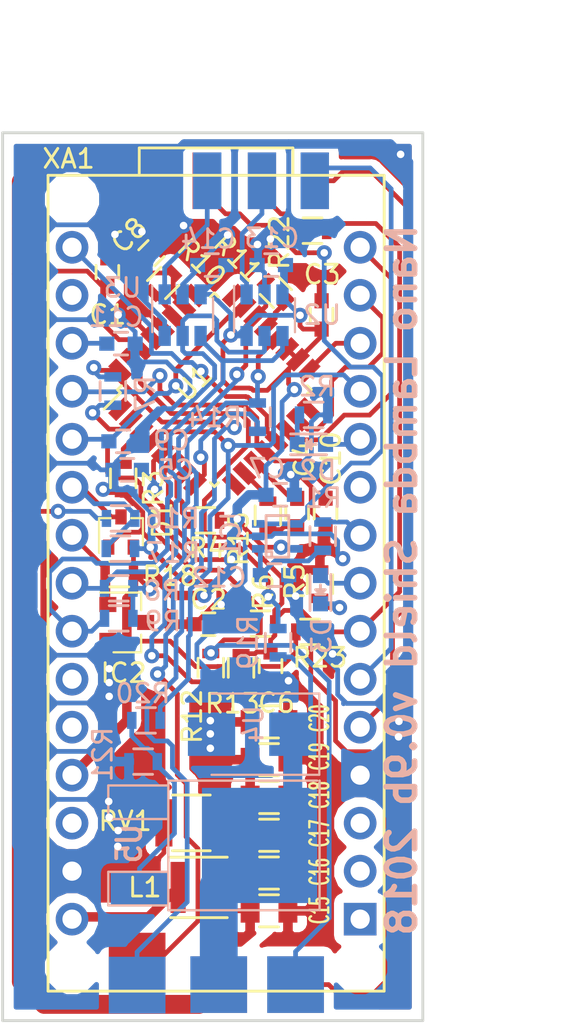
<source format=kicad_pcb>
(kicad_pcb (version 20171130) (host pcbnew "(5.0.0-3-g5ebb6b6)")
  (layers (0 F.Cu signal) (31 B.Cu signal) (34 B.Paste user) (35 F.Paste user) (36 B.SilkS user) (37 F.SilkS user) (38 B.Mask user) (39 F.Mask user) (44 Edge.Cuts user))
  (net 0 "")
  (net 1 /+12V_NL)
  (net 2 GND)
  (net 3 "Net-(C2-Pad1)")
  (net 4 +5V)
  (net 5 "Net-(C4-Pad1)")
  (net 6 /CM)
  (net 7 "Net-(C8-Pad2)")
  (net 8 /UA)
  (net 9 /UR)
  (net 10 "Net-(C11-Pad1)")
  (net 11 "Net-(C12-Pad2)")
  (net 12 /BRV)
  (net 13 /V_REF)
  (net 14 /WBL)
  (net 15 "Net-(R3-Pad1)")
  (net 16 "Net-(R4-Pad1)")
  (net 17 /IA)
  (net 18 /IP)
  (net 19 /RS)
  (net 20 "Net-(R10-Pad2)")
  (net 21 "Net-(R11-Pad2)")
  (net 22 "Net-(R11-Pad1)")
  (net 23 /DIAHD)
  (net 24 /NL_HEATER)
  (net 25 /DIAHG)
  (net 26 "Net-(R20-Pad1)")
  (net 27 "Net-(R22-Pad2)")
  (net 28 /LS_SS)
  (net 29 /LS_MOSI)
  (net 30 /LS_MISO)
  (net 31 /LS_SCK)
  (net 32 /SCL)
  (net 33 /SDA)
  (net 34 /UN)
  (net 35 /VM)
  (net 36 /PD2)
  (net 37 /PD3)
  (net 38 /GP3)
  (net 39 /RM)
  (net 40 /DAC1)
  (net 41 /DAC2)
  (net 42 /LED_1)
  (net 43 /LED_2)
  (net 44 "Net-(D2-Pad1)")
  (net 45 "Net-(D3-Pad1)")
  (net 46 /Out1)
  (net 47 "Net-(L1-Pad1)")
  (module Arduino:Arduino_Nano_Socket (layer F.Cu) (at 171.31 58.13 180)
    (fp_text reference XA1 (at 7.8 0.88 180) (layer F.SilkS))
    (fp_text value Arduino_Nano_Socket hide)
    (pad VIN thru_hole circle (at 7.62 -39.37 180) (size 1.7272 1.7272) (drill 1.016) (layers *.Cu *.Mask) (net 47 "Net-(L1-Pad1)"))
    (pad GND2 thru_hole circle (at 7.62 -36.83 180) (size 1.7272 1.7272) (drill 1.016) (layers *.Cu *.Mask) (net 2 GND))
    (pad RST2 thru_hole circle (at 7.62 -34.29 180) (size 1.7272 1.7272) (drill 1.016) (layers *.Cu *.Mask))
    (pad 5V thru_hole circle (at 7.62 -31.75 180) (size 1.7272 1.7272) (drill 1.016) (layers *.Cu *.Mask) (net 4 +5V))
    (pad A7 thru_hole circle (at 7.62 -29.21 180) (size 1.7272 1.7272) (drill 1.016) (layers *.Cu *.Mask))
    (pad A6 thru_hole circle (at 7.62 -26.67 180) (size 1.7272 1.7272) (drill 1.016) (layers *.Cu *.Mask))
    (pad A5 thru_hole circle (at 7.62 -24.13 180) (size 1.7272 1.7272) (drill 1.016) (layers *.Cu *.Mask) (net 32 /SCL))
    (pad A4 thru_hole circle (at 7.62 -21.59 180) (size 1.7272 1.7272) (drill 1.016) (layers *.Cu *.Mask) (net 33 /SDA))
    (pad A3 thru_hole circle (at 7.62 -19.05 180) (size 1.7272 1.7272) (drill 1.016) (layers *.Cu *.Mask) (net 13 /V_REF))
    (pad A2 thru_hole circle (at 7.62 -16.51 180) (size 1.7272 1.7272) (drill 1.016) (layers *.Cu *.Mask) (net 12 /BRV))
    (pad A1 thru_hole circle (at 7.62 -13.97 180) (size 1.7272 1.7272) (drill 1.016) (layers *.Cu *.Mask) (net 8 /UA))
    (pad A0 thru_hole circle (at 7.62 -11.43 180) (size 1.7272 1.7272) (drill 1.016) (layers *.Cu *.Mask) (net 9 /UR))
    (pad AREF thru_hole circle (at 7.62 -8.89 180) (size 1.7272 1.7272) (drill 1.016) (layers *.Cu *.Mask) (net 10 "Net-(C11-Pad1)"))
    (pad 3V3 thru_hole circle (at 7.62 -6.35 180) (size 1.7272 1.7272) (drill 1.016) (layers *.Cu *.Mask))
    (pad D13 thru_hole circle (at 7.62 -3.81 180) (size 1.7272 1.7272) (drill 1.016) (layers *.Cu *.Mask) (net 31 /LS_SCK))
    (pad D12 thru_hole circle (at -7.62 -3.81 180) (size 1.7272 1.7272) (drill 1.016) (layers *.Cu *.Mask) (net 30 /LS_MISO))
    (pad D11 thru_hole circle (at -7.62 -6.35 180) (size 1.7272 1.7272) (drill 1.016) (layers *.Cu *.Mask) (net 29 /LS_MOSI))
    (pad D10 thru_hole circle (at -7.62 -8.89 180) (size 1.7272 1.7272) (drill 1.016) (layers *.Cu *.Mask) (net 28 /LS_SS))
    (pad D9 thru_hole circle (at -7.62 -11.43 180) (size 1.7272 1.7272) (drill 1.016) (layers *.Cu *.Mask) (net 25 /DIAHG))
    (pad D8 thru_hole circle (at -7.62 -13.97 180) (size 1.7272 1.7272) (drill 1.016) (layers *.Cu *.Mask) (net 42 /LED_1))
    (pad D7 thru_hole circle (at -7.62 -16.51 180) (size 1.7272 1.7272) (drill 1.016) (layers *.Cu *.Mask))
    (pad D6 thru_hole circle (at -7.62 -19.05 180) (size 1.7272 1.7272) (drill 1.016) (layers *.Cu *.Mask) (net 14 /WBL))
    (pad D5 thru_hole circle (at -7.62 -21.59 180) (size 1.7272 1.7272) (drill 1.016) (layers *.Cu *.Mask) (net 43 /LED_2))
    (pad D4 thru_hole circle (at -7.62 -24.13 180) (size 1.7272 1.7272) (drill 1.016) (layers *.Cu *.Mask) (net 27 "Net-(R22-Pad2)"))
    (pad D3 thru_hole circle (at -7.62 -26.67 180) (size 1.7272 1.7272) (drill 1.016) (layers *.Cu *.Mask) (net 37 /PD3))
    (pad D2 thru_hole circle (at -7.62 -29.21 180) (size 1.7272 1.7272) (drill 1.016) (layers *.Cu *.Mask) (net 36 /PD2))
    (pad GND1 thru_hole circle (at -7.62 -31.75 180) (size 1.7272 1.7272) (drill 1.016) (layers *.Cu *.Mask) (net 2 GND))
    (pad RST1 thru_hole circle (at -7.62 -34.29 180) (size 1.7272 1.7272) (drill 1.016) (layers *.Cu *.Mask))
    (pad D0 thru_hole circle (at -7.62 -36.83 180) (size 1.7272 1.7272) (drill 1.016) (layers *.Cu *.Mask))
    (pad D1 thru_hole rect (at -7.62 -39.37 180) (size 1.7272 1.7272) (drill 1.016) (layers *.Cu *.Mask))
    (pad "" np_thru_hole circle (at -7.62 -41.91 180) (size 1.85 1.85) (drill 1.85) (layers *.Cu *.Mask))
    (pad "" np_thru_hole circle (at 7.62 -41.91 180) (size 1.85 1.85) (drill 1.85) (layers *.Cu *.Mask))
    (pad "" np_thru_hole circle (at -7.62 -1.27 180) (size 1.85 1.85) (drill 1.85) (layers *.Cu *.Mask))
    (pad "" np_thru_hole circle (at 7.62 -1.27 180) (size 1.85 1.85) (drill 1.85) (layers *.Cu *.Mask))
  )
  (module LEDs:LED-0603 (layer B.Cu) (at 176.3507 72.37)
    (fp_text reference D2 (at 0.3393 1.37) (layer B.SilkS) (effects (justify mirror)))
    (fp_text value Blue)
    (pad 1 smd rect (at -0.7493 0 180) (size 0.79756 0.79756) (layers B.Cu B.Paste B.Mask) (net 44 "Net-(D2-Pad1)"))
    (pad 2 smd rect (at 0.7493 0 180) (size 0.79756 0.79756) (layers B.Cu B.Paste B.Mask) (net 42 /LED_1))
  )
  (module LEDs:LED-0603 (layer B.Cu) (at 176.83 80.06 90)
    (fp_text reference D3 (at -2.44 0.06 90) (layer B.SilkS) (effects (justify mirror)))
    (fp_text value red)
    (pad 2 smd rect (at 0.7493 0 270) (size 0.79756 0.79756) (layers B.Cu B.Paste B.Mask) (net 43 /LED_2))
    (pad 1 smd rect (at -0.7493 0 270) (size 0.79756 0.79756) (layers B.Cu B.Paste B.Mask) (net 45 "Net-(D3-Pad1)"))
  )
  (module Capacitors_SMD:C_0603 (layer F.Cu) (at 165.56 63.25 90)
    (fp_text reference C1 (at -2.26 0.02) (layer F.SilkS))
    (fp_text value 100n)
    (pad 1 smd rect (at -0.75 0 90) (size 0.8 0.75) (layers F.Cu F.Paste F.Mask) (net 1 /+12V_NL))
    (pad 2 smd rect (at 0.75 0 90) (size 0.8 0.75) (layers F.Cu F.Paste F.Mask) (net 2 GND))
  )
  (module Capacitors_SMD:C_0603 (layer F.Cu) (at 170.9 81.89 180)
    (fp_text reference C2 (at -0.01 1.3 180) (layer F.SilkS))
    (fp_text value 2.2n)
    (pad 1 smd rect (at -0.75 0 180) (size 0.8 0.75) (layers F.Cu F.Paste F.Mask) (net 3 "Net-(C2-Pad1)"))
    (pad 2 smd rect (at 0.75 0 180) (size 0.8 0.75) (layers F.Cu F.Paste F.Mask) (net 2 GND))
  )
  (module Capacitors_SMD:C_0603 (layer F.Cu) (at 176.89 65.52 90)
    (fp_text reference C3 (at 2.14 0.03) (layer F.SilkS))
    (fp_text value 100n)
    (pad 2 smd rect (at 0.75 0 90) (size 0.8 0.75) (layers F.Cu F.Paste F.Mask) (net 2 GND))
    (pad 1 smd rect (at -0.75 0 90) (size 0.8 0.75) (layers F.Cu F.Paste F.Mask) (net 4 +5V))
  )
  (module Capacitors_SMD:C_0603 (layer F.Cu) (at 175.6 75.98 270)
    (fp_text reference C4 (at -2.84 -0.36 270) (layer F.SilkS))
    (fp_text value 100n)
    (pad 1 smd rect (at -0.75 0 270) (size 0.8 0.75) (layers F.Cu F.Paste F.Mask) (net 5 "Net-(C4-Pad1)"))
    (pad 2 smd rect (at 0.75 0 270) (size 0.8 0.75) (layers F.Cu F.Paste F.Mask) (net 6 /CM))
  )
  (module Capacitors_SMD:C_0603 (layer B.Cu) (at 166.61 73.72 180)
    (fp_text reference C5 (at -2.55 0 180) (layer B.SilkS) (effects (justify mirror)))
    (fp_text value 100n)
    (pad 2 smd rect (at 0.75 0 180) (size 0.8 0.75) (layers B.Cu B.Paste B.Mask) (net 2 GND))
    (pad 1 smd rect (at -0.75 0 180) (size 0.8 0.75) (layers B.Cu B.Paste B.Mask) (net 4 +5V))
  )
  (module Capacitors_SMD:C_0603 (layer F.Cu) (at 174.19 84.11 270)
    (fp_text reference C6 (at 1.95 -0.31) (layer F.SilkS))
    (fp_text value C)
    (pad 2 smd rect (at 0.75 0 270) (size 0.8 0.75) (layers F.Cu F.Paste F.Mask) (net 2 GND))
    (pad 1 smd rect (at -0.75 0 270) (size 0.8 0.75) (layers F.Cu F.Paste F.Mask) (net 34 /UN))
  )
  (module Capacitors_SMD:C_0603 (layer B.Cu) (at 174.7 75.04 180)
    (fp_text reference C7 (at 0.7 1.39 180) (layer B.SilkS) (effects (justify mirror)))
    (fp_text value 100n)
    (pad 2 smd rect (at 0.75 0 180) (size 0.8 0.75) (layers B.Cu B.Paste B.Mask) (net 4 +5V))
    (pad 1 smd rect (at -0.75 0 180) (size 0.8 0.75) (layers B.Cu B.Paste B.Mask) (net 2 GND))
  )
  (module Capacitors_SMD:C_0603 (layer F.Cu) (at 167.89 62.25 225)
    (fp_text reference C8 (at 0.17 1.5 225) (layer F.SilkS))
    (fp_text value 100n)
    (pad 2 smd rect (at 0.75 0 225) (size 0.8 0.75) (layers F.Cu F.Paste F.Mask) (net 7 "Net-(C8-Pad2)"))
    (pad 1 smd rect (at -0.75 0 225) (size 0.8 0.75) (layers F.Cu F.Paste F.Mask) (net 2 GND))
  )
  (module Capacitors_SMD:C_0603 (layer B.Cu) (at 166.39 72.21)
    (fp_text reference C9 (at 2.56 -0.04) (layer B.SilkS) (effects (justify mirror)))
    (fp_text value 33n)
    (pad 1 smd rect (at -0.75 0) (size 0.8 0.75) (layers B.Cu B.Paste B.Mask) (net 8 /UA))
    (pad 2 smd rect (at 0.75 0) (size 0.8 0.75) (layers B.Cu B.Paste B.Mask) (net 2 GND))
  )
  (module Capacitors_SMD:C_0603 (layer F.Cu) (at 177.1 75.97 270)
    (fp_text reference C10 (at -2.85 -0.29 90) (layer F.SilkS))
    (fp_text value 33n)
    (pad 2 smd rect (at 0.75 0 270) (size 0.8 0.75) (layers F.Cu F.Paste F.Mask) (net 2 GND))
    (pad 1 smd rect (at -0.75 0 270) (size 0.8 0.75) (layers F.Cu F.Paste F.Mask) (net 9 /UR))
  )
  (module Capacitors_SMD:C_0603 (layer B.Cu) (at 166.28 67.04)
    (fp_text reference C11 (at -0.27 -1.41) (layer B.SilkS) (effects (justify mirror)))
    (fp_text value 100n)
    (pad 1 smd rect (at -0.75 0) (size 0.8 0.75) (layers B.Cu B.Paste B.Mask) (net 10 "Net-(C11-Pad1)"))
    (pad 2 smd rect (at 0.75 0) (size 0.8 0.75) (layers B.Cu B.Paste B.Mask) (net 2 GND))
  )
  (module Capacitors_SMD:C_0603 (layer B.Cu) (at 174.4 79.29 180)
    (fp_text reference C12 (at 2.93 -0.13 180) (layer B.SilkS) (effects (justify mirror)))
    (fp_text value 100n)
    (pad 1 smd rect (at -0.75 0 180) (size 0.8 0.75) (layers B.Cu B.Paste B.Mask) (net 2 GND))
    (pad 2 smd rect (at 0.75 0 180) (size 0.8 0.75) (layers B.Cu B.Paste B.Mask) (net 11 "Net-(C12-Pad2)"))
  )
  (module TO_SOT_Packages_SMD:SOT-323 (layer F.Cu) (at 166.28 77.01 90)
    (fp_text reference D1 (at 0.62 2.19 90) (layer F.SilkS))
    (fp_text value BAT54S)
    (pad 3 smd rect (at 0.8 0 90) (size 0.8 0.6) (layers F.Cu F.Paste F.Mask) (net 12 /BRV))
    (pad 1 smd rect (at -0.8 -0.65 90) (size 0.8 0.6) (layers F.Cu F.Paste F.Mask) (net 2 GND))
    (pad 2 smd rect (at -0.8 0.65 90) (size 0.8 0.6) (layers F.Cu F.Paste F.Mask) (net 4 +5V))
  )
  (module TO_SOT_Packages_SMD:SC-70-5 (layer B.Cu) (at 174.554 77.2396 90)
    (fp_text reference IC1 (at 0.0896 -2.464 90) (layer B.SilkS) (effects (justify mirror)))
    (fp_text value LMV321?M5)
    (pad 5 smd rect (at -0.6604 1.016 90) (size 0.4064 0.6604) (layers B.Cu B.Paste B.Mask) (net 4 +5V))
    (pad 4 smd rect (at 0.6604 1.016 90) (size 0.4064 0.6604) (layers B.Cu B.Paste B.Mask) (net 46 /Out1))
    (pad 2 smd rect (at 0 -1.016 90) (size 0.4064 0.6604) (layers B.Cu B.Paste B.Mask) (net 2 GND))
    (pad 3 smd rect (at 0.6604 -1.016 90) (size 0.4064 0.6604) (layers B.Cu B.Paste B.Mask) (net 46 /Out1))
    (pad 1 smd rect (at -0.6604 -1.016 90) (size 0.4064 0.6604) (layers B.Cu B.Paste B.Mask) (net 11 "Net-(C12-Pad2)"))
  )
  (module TO_SOT_Packages_SMD:SOT-23 (layer F.Cu) (at 166.586 81.796)
    (fp_text reference IC2 (at -0.166 2.674 -180) (layer F.SilkS))
    (fp_text value LM4041DBZ)
    (pad 3 smd rect (at 1 0) (size 0.9 0.8) (layers F.Cu F.Paste F.Mask))
    (pad 2 smd rect (at -1 0.95) (size 0.9 0.8) (layers F.Cu F.Paste F.Mask) (net 2 GND))
    (pad 1 smd rect (at -1 -0.95) (size 0.9 0.8) (layers F.Cu F.Paste F.Mask) (net 13 /V_REF))
  )
  (module Resistors_SMD:R_0603 (layer B.Cu) (at 176.95 77.23 90)
    (fp_text reference R1 (at 2.02 0.03 180) (layer B.SilkS) (effects (justify mirror)))
    (fp_text value 10k)
    (pad 1 smd rect (at -0.75 0 90) (size 0.5 0.9) (layers B.Cu B.Paste B.Mask) (net 11 "Net-(C12-Pad2)"))
    (pad 2 smd rect (at 0.75 0 90) (size 0.5 0.9) (layers B.Cu B.Paste B.Mask) (net 14 /WBL))
  )
  (module Resistors_SMD:R_0603 (layer B.Cu) (at 176.47 70.81 180)
    (fp_text reference R2 (at -0.18 1.5 180) (layer B.SilkS) (effects (justify mirror)))
    (fp_text value 1k)
    (pad 1 smd rect (at -0.75 0 180) (size 0.5 0.9) (layers B.Cu B.Paste B.Mask) (net 2 GND))
    (pad 2 smd rect (at 0.75 0 180) (size 0.5 0.9) (layers B.Cu B.Paste B.Mask) (net 44 "Net-(D2-Pad1)"))
  )
  (module Resistors_SMD:R_0603 (layer F.Cu) (at 166.4 74.17 270)
    (fp_text reference R3 (at 0.52 -1.6 270) (layer F.SilkS))
    (fp_text value 10k)
    (pad 1 smd rect (at -0.75 0 270) (size 0.5 0.9) (layers F.Cu F.Paste F.Mask) (net 15 "Net-(R3-Pad1)"))
    (pad 2 smd rect (at 0.75 0 270) (size 0.5 0.9) (layers F.Cu F.Paste F.Mask) (net 2 GND))
  )
  (module Resistors_SMD:R_0603 (layer F.Cu) (at 170.74 76.39)
    (fp_text reference R4 (at 0.08 1.47) (layer F.SilkS))
    (fp_text value 10k)
    (pad 2 smd rect (at 0.75 0) (size 0.5 0.9) (layers F.Cu F.Paste F.Mask) (net 4 +5V))
    (pad 1 smd rect (at -0.75 0) (size 0.5 0.9) (layers F.Cu F.Paste F.Mask) (net 16 "Net-(R4-Pad1)"))
  )
  (module Resistors_SMD:R_0603 (layer F.Cu) (at 176.8 79.77 270)
    (fp_text reference R5 (at -0.13 1.33 270) (layer F.SilkS))
    (fp_text value 1k)
    (pad 2 smd rect (at 0.75 0 270) (size 0.5 0.9) (layers F.Cu F.Paste F.Mask) (net 45 "Net-(D3-Pad1)"))
    (pad 1 smd rect (at -0.75 0 270) (size 0.5 0.9) (layers F.Cu F.Paste F.Mask) (net 2 GND))
  )
  (module Resistors_SMD:R_0603 (layer F.Cu) (at 173.66 81.86 180)
    (fp_text reference R6 (at -0.15 1.69 270) (layer F.SilkS))
    (fp_text value R)
    (pad 1 smd rect (at -0.75 0 180) (size 0.5 0.9) (layers F.Cu F.Paste F.Mask) (net 34 /UN))
    (pad 2 smd rect (at 0.75 0 180) (size 0.5 0.9) (layers F.Cu F.Paste F.Mask) (net 3 "Net-(C2-Pad1)"))
  )
  (module Resistors_SMD:R_0603 (layer B.Cu) (at 165.85 69.55 270)
    (fp_text reference R7 (at 0.15 -1.72 270) (layer B.SilkS) (effects (justify mirror)))
    (fp_text value 61.9R)
    (pad 2 smd rect (at 0.75 0 270) (size 0.5 0.9) (layers B.Cu B.Paste B.Mask) (net 17 /IA))
    (pad 1 smd rect (at -0.75 0 270) (size 0.5 0.9) (layers B.Cu B.Paste B.Mask) (net 18 /IP))
  )
  (module Resistors_SMD:R_0603 (layer F.Cu) (at 168.51 63.83 225)
    (fp_text reference R10 (at -2.213244 -0.671751 135) (layer F.SilkS))
    (fp_text value 100k)
    (pad 1 smd rect (at -0.75 0 225) (size 0.5 0.9) (layers F.Cu F.Paste F.Mask) (net 7 "Net-(C8-Pad2)"))
    (pad 2 smd rect (at 0.75 0 225) (size 0.5 0.9) (layers F.Cu F.Paste F.Mask) (net 20 "Net-(R10-Pad2)"))
  )
  (module Resistors_SMD:R_0603 (layer F.Cu) (at 174.46967 64.30967 315)
    (fp_text reference R11 (at -2.707752 0.125865 135) (layer F.SilkS))
    (fp_text value 4.7k)
    (pad 2 smd rect (at 0.75 0 315) (size 0.5 0.9) (layers F.Cu F.Paste F.Mask) (net 21 "Net-(R11-Pad2)"))
    (pad 1 smd rect (at -0.75 0 315) (size 0.5 0.9) (layers F.Cu F.Paste F.Mask) (net 22 "Net-(R11-Pad1)"))
  )
  (module Resistors_SMD:R_0603 (layer F.Cu) (at 171.03 84.19 270)
    (fp_text reference R12 (at 2.58 0.99 270) (layer F.SilkS))
    (fp_text value 470k)
    (pad 1 smd rect (at -0.75 0 270) (size 0.5 0.9) (layers F.Cu F.Paste F.Mask) (net 17 /IA))
    (pad 2 smd rect (at 0.75 0 270) (size 0.5 0.9) (layers F.Cu F.Paste F.Mask) (net 22 "Net-(R11-Pad1)"))
  )
  (module Resistors_SMD:R_0603 (layer F.Cu) (at 172.63 84.2 270)
    (fp_text reference R13 (at 1.8932 0.4538 180) (layer F.SilkS))
    (fp_text value 100k)
    (pad 2 smd rect (at 0.75 0 270) (size 0.5 0.9) (layers F.Cu F.Paste F.Mask) (net 22 "Net-(R11-Pad1)"))
    (pad 1 smd rect (at -0.75 0 270) (size 0.5 0.9) (layers F.Cu F.Paste F.Mask) (net 34 /UN))
  )
  (module Resistors_SMD:R_0603 (layer B.Cu) (at 173.5 70.93 90)
    (fp_text reference R14 (at -0.01 -2.27 180) (layer B.SilkS) (effects (justify mirror)))
    (fp_text value "300R / 1%")
    (pad 1 smd rect (at -0.75 0 90) (size 0.5 0.9) (layers B.Cu B.Paste B.Mask) (net 19 /RS))
    (pad 2 smd rect (at 0.75 0 90) (size 0.5 0.9) (layers B.Cu B.Paste B.Mask) (net 35 /VM))
  )
  (module Resistors_SMD:R_0603 (layer F.Cu) (at 174.05 76.13 90)
    (fp_text reference R15 (at -1.24 -1.54 90) (layer F.SilkS))
    (fp_text value "31.6k / 1%")
    (pad 2 smd rect (at 0.75 0 90) (size 0.5 0.9) (layers F.Cu F.Paste F.Mask) (net 39 /RM))
    (pad 1 smd rect (at -0.75 0 90) (size 0.5 0.9) (layers F.Cu F.Paste F.Mask) (net 6 /CM))
  )
  (module Resistors_SMD:R_0603 (layer B.Cu) (at 166.26 76.29 180)
    (fp_text reference R16 (at -2.73 0) (layer B.SilkS) (effects (justify mirror)))
    (fp_text value 39k)
    (pad 1 smd rect (at -0.75 0 180) (size 0.5 0.9) (layers B.Cu B.Paste B.Mask) (net 12 /BRV))
    (pad 2 smd rect (at 0.75 0 180) (size 0.5 0.9) (layers B.Cu B.Paste B.Mask) (net 1 /+12V_NL))
  )
  (module Resistors_SMD:R_0603 (layer B.Cu) (at 166.25 77.89 180)
    (fp_text reference R17 (at -2.78 -0.22) (layer B.SilkS) (effects (justify mirror)))
    (fp_text value 10k)
    (pad 2 smd rect (at 0.75 0 180) (size 0.5 0.9) (layers B.Cu B.Paste B.Mask) (net 12 /BRV))
    (pad 1 smd rect (at -0.75 0 180) (size 0.5 0.9) (layers B.Cu B.Paste B.Mask) (net 2 GND))
  )
  (module Resistors_SMD:R_0603 (layer F.Cu) (at 166.19 79.24)
    (fp_text reference R18 (at 2.68 0.1) (layer F.SilkS))
    (fp_text value 39k)
    (pad 2 smd rect (at 0.75 0) (size 0.5 0.9) (layers F.Cu F.Paste F.Mask) (net 4 +5V))
    (pad 1 smd rect (at -0.75 0) (size 0.5 0.9) (layers F.Cu F.Paste F.Mask) (net 13 /V_REF))
  )
  (module Resistors_SMD:R_0603 (layer B.Cu) (at 174.59 82.87 90)
    (fp_text reference R19 (at 0.02 -1.6 90) (layer B.SilkS) (effects (justify mirror)))
    (fp_text value 6.8k)
    (pad 2 smd rect (at 0.75 0 90) (size 0.5 0.9) (layers B.Cu B.Paste B.Mask) (net 23 /DIAHD))
    (pad 1 smd rect (at -0.75 0 90) (size 0.5 0.9) (layers B.Cu B.Paste B.Mask) (net 24 /NL_HEATER))
  )
  (module Resistors_SMD:R_0603 (layer B.Cu) (at 167.6 86.98)
    (fp_text reference R20 (at -0.16 -1.43 180) (layer B.SilkS) (effects (justify mirror)))
    (fp_text value 4.7k)
    (pad 2 smd rect (at 0.75 0) (size 0.5 0.9) (layers B.Cu B.Paste B.Mask) (net 25 /DIAHG))
    (pad 1 smd rect (at -0.75 0) (size 0.5 0.9) (layers B.Cu B.Paste B.Mask) (net 26 "Net-(R20-Pad1)"))
  )
  (module Resistors_SMD:R_0603 (layer B.Cu) (at 167.45 89.16)
    (fp_text reference R21 (at -2.14 -0.38 -90) (layer B.SilkS) (effects (justify mirror)))
    (fp_text value 100k)
    (pad 1 smd rect (at -0.75 0) (size 0.5 0.9) (layers B.Cu B.Paste B.Mask) (net 2 GND))
    (pad 2 smd rect (at 0.75 0) (size 0.5 0.9) (layers B.Cu B.Paste B.Mask) (net 26 "Net-(R20-Pad1)"))
  )
  (module Resistors_SMD:R_0603 (layer F.Cu) (at 176.41 61.06)
    (fp_text reference R22 (at -1.75 0.62 90) (layer F.SilkS))
    (fp_text value 4.7k)
    (pad 2 smd rect (at 0.75 0) (size 0.5 0.9) (layers F.Cu F.Paste F.Mask) (net 27 "Net-(R22-Pad2)"))
    (pad 1 smd rect (at -0.75 0) (size 0.5 0.9) (layers F.Cu F.Paste F.Mask) (net 38 /GP3))
  )
  (module Resistors_SMD:R_0603 (layer F.Cu) (at 176.276 82.296)
    (fp_text reference R23 (at 0.524 1.364 180) (layer F.SilkS))
    (fp_text value 100k)
    (pad 1 smd rect (at -0.75 0) (size 0.5 0.9) (layers F.Cu F.Paste F.Mask) (net 4 +5V))
    (pad 2 smd rect (at 0.75 0) (size 0.5 0.9) (layers F.Cu F.Paste F.Mask) (net 27 "Net-(R22-Pad2)"))
  )
  (module TO_SOT_Packages_SMD:SOT-23-6 (layer B.Cu) (at 173.872 65.534 270)
    (fp_text reference U2 (at -0.014 -3.048) (layer B.SilkS) (effects (justify mirror)))
    (fp_text value MCP4725)
    (pad 5 smd rect (at 1.1 0 270) (size 1.06 0.65) (layers B.Cu B.Paste B.Mask) (net 32 /SCL))
    (pad 6 smd rect (at 1.1 0.95 270) (size 1.06 0.65) (layers B.Cu B.Paste B.Mask) (net 4 +5V))
    (pad 4 smd rect (at 1.1 -0.95 270) (size 1.06 0.65) (layers B.Cu B.Paste B.Mask) (net 33 /SDA))
    (pad 3 smd rect (at -1.1 -0.95 270) (size 1.06 0.65) (layers B.Cu B.Paste B.Mask) (net 4 +5V))
    (pad 2 smd rect (at -1.1 0 270) (size 1.06 0.65) (layers B.Cu B.Paste B.Mask) (net 2 GND))
    (pad 1 smd rect (at -1.1 0.95 270) (size 1.06 0.65) (layers B.Cu B.Paste B.Mask) (net 41 /DAC2))
  )
  (module TO_SOT_Packages_SMD:SOT-23-6 (layer B.Cu) (at 169.54 65.53 270)
    (fp_text reference U3 (at -1.45 3.18) (layer B.SilkS) (effects (justify mirror)))
    (fp_text value MCP4725)
    (pad 1 smd rect (at -1.1 0.95 270) (size 1.06 0.65) (layers B.Cu B.Paste B.Mask) (net 40 /DAC1))
    (pad 2 smd rect (at -1.1 0 270) (size 1.06 0.65) (layers B.Cu B.Paste B.Mask) (net 2 GND))
    (pad 3 smd rect (at -1.1 -0.95 270) (size 1.06 0.65) (layers B.Cu B.Paste B.Mask) (net 4 +5V))
    (pad 4 smd rect (at 1.1 -0.95 270) (size 1.06 0.65) (layers B.Cu B.Paste B.Mask) (net 33 /SDA))
    (pad 6 smd rect (at 1.1 0.95 270) (size 1.06 0.65) (layers B.Cu B.Paste B.Mask) (net 2 GND))
    (pad 5 smd rect (at 1.1 0 270) (size 1.06 0.65) (layers B.Cu B.Paste B.Mask) (net 32 /SCL))
  )
  (module Diodes_SMD:SMB_Standard (layer B.Cu) (at 173.219 87.71 180)
    (fp_text reference U4 (at -0.078 0.53 90) (layer B.SilkS) (effects (justify mirror)))
    (fp_text value MURS120 hide)
    (pad 2 smd rect (at 2.15 0 180) (size 2.5 2.3) (layers B.Cu B.Paste B.Mask) (net 1 /+12V_NL))
    (pad 1 smd rect (at -2.15 0 180) (size 2.5 2.3) (layers B.Cu B.Paste B.Mask) (net 24 /NL_HEATER))
  )
  (module "Nano Lambda:1.5x3_PAD" (layer B.Cu) (at 176.53 58.42)
    (fp_text reference J10 hide)
    (fp_text value PD3)
    (pad 1 smd rect (at 0 0) (size 1.5 3) (layers B.Cu B.Paste B.Mask) (net 37 /PD3))
  )
  (module "Nano Lambda:1.5x3_PAD" (layer B.Cu) (at 170.8404 58.42)
    (fp_text reference J12 hide)
    (fp_text value DAC1)
    (pad 1 smd rect (at 0 0) (size 1.5 3) (layers B.Cu B.Paste B.Mask) (net 40 /DAC1))
  )
  (module "Nano Lambda:1.5x3_PAD" (layer B.Cu) (at 173.736 58.42)
    (fp_text reference J13 hide)
    (fp_text value DAC2)
    (pad 1 smd rect (at 0 0) (size 1.5 3) (layers B.Cu B.Paste B.Mask) (net 41 /DAC2))
  )
  (module "Nano Lambda:3x3_PAD" (layer F.Cu) (at 171.45 100.965)
    (fp_text reference J3 hide)
    (fp_text value +12V_NL)
    (pad 1 smd rect (at 0 0) (size 3 3) (layers F.Cu F.Paste F.Mask) (net 1 /+12V_NL))
  )
  (module "Nano Lambda:3x3_PAD" (layer B.Cu) (at 171.45 100.965)
    (fp_text reference J6 hide)
    (fp_text value NL_HEATER)
    (pad 1 smd rect (at 0 0) (size 3 3) (layers B.Cu B.Paste B.Mask) (net 24 /NL_HEATER))
  )
  (module "Nano Lambda:3x3_PAD" (layer F.Cu) (at 167.386 58.42)
    (fp_text reference J1 hide)
    (fp_text value +12_IN)
    (pad 1 smd rect (at 0 0) (size 3 3) (layers F.Cu F.Paste F.Mask) (net 1 /+12V_NL))
  )
  (module "Nano Lambda:3x3_PAD" (layer B.Cu) (at 167.386 58.42)
    (fp_text reference J2 hide)
    (fp_text value GND)
    (pad 1 smd rect (at 0 0) (size 3 3) (layers B.Cu B.Paste B.Mask) (net 2 GND))
  )
  (module "Nano Lambda:3x3_PAD" (layer B.Cu) (at 167.132 100.9904)
    (fp_text reference J4 hide)
    (fp_text value IP)
    (pad 1 smd rect (at 0 0) (size 3 3) (layers B.Cu B.Paste B.Mask) (net 18 /IP))
  )
  (module "Nano Lambda:3x3_PAD" (layer F.Cu) (at 175.514 100.965)
    (fp_text reference J5 hide)
    (fp_text value UN)
    (pad 1 smd rect (at 0 0) (size 3 3) (layers F.Cu F.Paste F.Mask) (net 34 /UN))
  )
  (module "Nano Lambda:3x3_PAD" (layer B.Cu) (at 175.514 100.965)
    (fp_text reference J7 hide)
    (fp_text value IA)
    (pad 1 smd rect (at 0 0) (size 3 3) (layers B.Cu B.Paste B.Mask) (net 17 /IA))
  )
  (module "Nano Lambda:3x3_PAD" (layer F.Cu) (at 167.132 99.7204)
    (fp_text reference J8 hide)
    (fp_text value VM)
    (pad 1 smd rect (at 0 0) (size 3 3) (layers F.Cu F.Paste F.Mask) (net 35 /VM))
  )
  (module "Nano Lambda:1.5x3_PAD" (layer F.Cu) (at 176.53 58.42)
    (fp_text reference J9 hide)
    (fp_text value PD2)
    (pad 1 smd rect (at 0 0) (size 1.5 3) (layers F.Cu F.Paste F.Mask) (net 36 /PD2))
  )
  (module "Nano Lambda:1.5x3_PAD" (layer F.Cu) (at 173.736 58.42)
    (fp_text reference J11 hide)
    (fp_text value GP3)
    (pad 1 smd rect (at 0 0) (size 1.5 3) (layers F.Cu F.Paste F.Mask) (net 38 /GP3))
  )
  (module libcms:DPAKGDS (layer B.Cu) (at 167.259 93.599 90)
    (fp_text reference U5 (at 0.099 -0.539 270) (layer B.SilkS) (effects (font (size 1.27 1.016) (thickness 0.2032)) (justify mirror)))
    (fp_text value IRLZ44 hide)
    (pad G smd rect (at -2.286 0 90) (size 1.651 3.048) (layers B.Cu B.Paste B.Mask) (net 26 "Net-(R20-Pad1)"))
    (pad D smd rect (at 0 6.35 90) (size 6.096 6.096) (layers B.Cu B.Paste B.Mask) (net 24 /NL_HEATER))
    (pad S smd rect (at 2.286 0 90) (size 1.651 3.048) (layers B.Cu B.Paste B.Mask) (net 2 GND))
  )
  (module "Nano Lambda:1.5x3_PAD" (layer F.Cu) (at 170.815 58.42)
    (fp_text reference J14 hide)
    (fp_text value Out1)
    (pad 1 smd rect (at 0 0) (size 1.5 3) (layers F.Cu F.Paste F.Mask) (net 46 /Out1))
  )
  (module Resistors_SMD:R_1210 (layer F.Cu) (at 170 92.4052 180)
    (fp_text reference RV1 (at 3.5 0.0952 180) (layer F.SilkS))
    (fp_text value Varistor)
    (pad 2 smd rect (at 1.45 0 180) (size 0.9 2.5) (layers F.Cu F.Paste F.Mask) (net 2 GND))
    (pad 1 smd rect (at -1.45 0 180) (size 0.9 2.5) (layers F.Cu F.Paste F.Mask) (net 1 /+12V_NL))
  )
  (module Inductors:Inductor_Taiyo-Yuden_MD-3030 (layer F.Cu) (at 170.4 95.82)
    (fp_text reference L1 (at -2.86 0) (layer F.SilkS))
    (fp_text value 22µH)
    (pad 2 smd rect (at 1.1 0) (size 0.8 2.7) (layers F.Cu F.Paste F.Mask) (net 1 /+12V_NL))
    (pad 1 smd rect (at -1.1 0) (size 0.8 2.7) (layers F.Cu F.Paste F.Mask) (net 47 "Net-(L1-Pad1)"))
  )
  (module Capacitors_SMD:C_0603 (layer B.Cu) (at 174.23 62.88)
    (fp_text reference C13 (at 0.03 -1.43) (layer B.SilkS) (effects (justify mirror)))
    (fp_text value 100n)
    (pad 2 smd rect (at 0.75 0) (size 0.8 0.75) (layers B.Cu B.Paste B.Mask) (net 4 +5V))
    (pad 1 smd rect (at -0.75 0) (size 0.8 0.75) (layers B.Cu B.Paste B.Mask) (net 2 GND))
  )
  (module Capacitors_SMD:C_0603 (layer B.Cu) (at 171.08 62.88)
    (fp_text reference C14 (at -0.19 -1.38) (layer B.SilkS) (effects (justify mirror)))
    (fp_text value 100n)
    (pad 1 smd rect (at -0.75 0) (size 0.8 0.75) (layers B.Cu B.Paste B.Mask) (net 2 GND))
    (pad 2 smd rect (at 0.75 0) (size 0.8 0.75) (layers B.Cu B.Paste B.Mask) (net 4 +5V))
  )
  (module Resistors_SMD:R_0603 (layer B.Cu) (at 166.16 79.99)
    (fp_text reference R8 (at 2.29 0.13 180) (layer B.SilkS) (effects (justify mirror)))
    (fp_text value 10k)
    (pad 2 smd rect (at 0.75 0) (size 0.5 0.9) (layers B.Cu B.Paste B.Mask) (net 4 +5V))
    (pad 1 smd rect (at -0.75 0) (size 0.5 0.9) (layers B.Cu B.Paste B.Mask) (net 33 /SDA))
  )
  (module Resistors_SMD:R_0603 (layer B.Cu) (at 166.16 81.58)
    (fp_text reference R9 (at 2.34 0.16 180) (layer B.SilkS) (effects (justify mirror)))
    (fp_text value 10k)
    (pad 1 smd rect (at -0.75 0) (size 0.5 0.9) (layers B.Cu B.Paste B.Mask) (net 32 /SCL))
    (pad 2 smd rect (at 0.75 0) (size 0.5 0.9) (layers B.Cu B.Paste B.Mask) (net 4 +5V))
  )
  (module Capacitors_SMD:C_0805 (layer F.Cu) (at 174.11 95.06 180)
    (fp_text reference C15 (at -2.674 -1.968 270) (layer F.SilkS) (effects (font (size 1 0.5) (thickness 0.125))))
    (fp_text value "22µF 25V")
    (pad 1 smd rect (at -1 0 180) (size 1 1.25) (layers F.Cu F.Paste F.Mask) (net 2 GND))
    (pad 2 smd rect (at 1 0 180) (size 1 1.25) (layers F.Cu F.Paste F.Mask) (net 1 /+12V_NL))
  )
  (module Capacitors_SMD:C_0805 (layer F.Cu) (at 174.11 91.06 180)
    (fp_text reference C16 (at -2.674 -3.936 270) (layer F.SilkS) (effects (font (size 1 0.5) (thickness 0.125))))
    (fp_text value "22µF 25V")
    (pad 2 smd rect (at 1 0 180) (size 1 1.25) (layers F.Cu F.Paste F.Mask) (net 1 /+12V_NL))
    (pad 1 smd rect (at -1 0 180) (size 1 1.25) (layers F.Cu F.Paste F.Mask) (net 2 GND))
  )
  (module Capacitors_SMD:C_0805 (layer F.Cu) (at 174.11 89.06 180)
    (fp_text reference C17 (at -2.674 -3.904 270) (layer F.SilkS) (effects (font (size 1 0.5) (thickness 0.125))))
    (fp_text value "22µF 25V")
    (pad 1 smd rect (at -1 0 180) (size 1 1.25) (layers F.Cu F.Paste F.Mask) (net 2 GND))
    (pad 2 smd rect (at 1 0 180) (size 1 1.25) (layers F.Cu F.Paste F.Mask) (net 1 /+12V_NL))
  )
  (module Capacitors_SMD:C_0805 (layer F.Cu) (at 174.11 87.06 180)
    (fp_text reference C18 (at -2.674 -3.872 270) (layer F.SilkS) (effects (font (size 1 0.5) (thickness 0.125))))
    (fp_text value "22µF 25V")
    (pad 2 smd rect (at 1 0 180) (size 1 1.25) (layers F.Cu F.Paste F.Mask) (net 1 /+12V_NL))
    (pad 1 smd rect (at -1 0 180) (size 1 1.25) (layers F.Cu F.Paste F.Mask) (net 2 GND))
  )
  (module Capacitors_SMD:C_0805 (layer F.Cu) (at 174.11 97.06 180)
    (fp_text reference C19 (at -2.674 8.16 270) (layer F.SilkS) (effects (font (size 1 0.5) (thickness 0.125))))
    (fp_text value "6x 22µF 25V")
    (pad 1 smd rect (at -1 0 180) (size 1 1.25) (layers F.Cu F.Paste F.Mask) (net 2 GND))
    (pad 2 smd rect (at 1 0 180) (size 1 1.25) (layers F.Cu F.Paste F.Mask) (net 1 /+12V_NL))
  )
  (module Capacitors_SMD:C_0805 (layer F.Cu) (at 174.11 93.06 180)
    (fp_text reference C20 (at -2.674 6.192 270) (layer F.SilkS) (effects (font (size 1 0.5) (thickness 0.125))))
    (fp_text value "22µF 25V")
    (pad 2 smd rect (at 1 0 180) (size 1 1.25) (layers F.Cu F.Paste F.Mask) (net 1 /+12V_NL))
    (pad 1 smd rect (at -1 0 180) (size 1 1.25) (layers F.Cu F.Paste F.Mask) (net 2 GND))
  )
  (module Housings_QFP:LQFP-32_7x7mm_Pitch0.8mm (layer F.Cu) (at 171.22 69.48 45)
    (fp_text reference U1 (at -0.53033 -1.025305 45) (layer F.SilkS))
    (fp_text value CJ125_32)
    (pad 32 smd rect (at -2.8 -4.25 135) (size 1.2 0.6) (layers F.Cu F.Paste F.Mask) (net 18 /IP))
    (pad 31 smd rect (at -2 -4.25 135) (size 1.2 0.6) (layers F.Cu F.Paste F.Mask) (net 34 /UN))
    (pad 30 smd rect (at -1.2 -4.25 135) (size 1.2 0.6) (layers F.Cu F.Paste F.Mask) (net 1 /+12V_NL))
    (pad 29 smd rect (at -0.4 -4.25 135) (size 1.2 0.6) (layers F.Cu F.Paste F.Mask) (net 2 GND))
    (pad 28 smd rect (at 0.4 -4.25 135) (size 1.2 0.6) (layers F.Cu F.Paste F.Mask) (net 2 GND))
    (pad 27 smd rect (at 1.2 -4.25 135) (size 1.2 0.6) (layers F.Cu F.Paste F.Mask) (net 20 "Net-(R10-Pad2)"))
    (pad 26 smd rect (at 2 -4.25 135) (size 1.2 0.6) (layers F.Cu F.Paste F.Mask) (net 7 "Net-(C8-Pad2)"))
    (pad 25 smd rect (at 2.8 -4.25 135) (size 1.2 0.6) (layers F.Cu F.Paste F.Mask))
    (pad 24 smd rect (at 4.25 -2.8 45) (size 1.2 0.6) (layers F.Cu F.Paste F.Mask))
    (pad 23 smd rect (at 4.25 -2 45) (size 1.2 0.6) (layers F.Cu F.Paste F.Mask) (net 8 /UA))
    (pad 22 smd rect (at 4.25 -1.2 45) (size 1.2 0.6) (layers F.Cu F.Paste F.Mask) (net 22 "Net-(R11-Pad1)"))
    (pad 21 smd rect (at 4.25 -0.4 45) (size 1.2 0.6) (layers F.Cu F.Paste F.Mask) (net 21 "Net-(R11-Pad2)"))
    (pad 20 smd rect (at 4.25 0.4 45) (size 1.2 0.6) (layers F.Cu F.Paste F.Mask) (net 35 /VM))
    (pad 19 smd rect (at 4.25 1.2 45) (size 1.2 0.6) (layers F.Cu F.Paste F.Mask) (net 4 +5V))
    (pad 18 smd rect (at 4.25 2 45) (size 1.2 0.6) (layers F.Cu F.Paste F.Mask) (net 4 +5V))
    (pad 17 smd rect (at 4.25 2.8 45) (size 1.2 0.6) (layers F.Cu F.Paste F.Mask) (net 28 /LS_SS))
    (pad 16 smd rect (at 2.8 4.25 135) (size 1.2 0.6) (layers F.Cu F.Paste F.Mask))
    (pad 15 smd rect (at 2 4.25 135) (size 1.2 0.6) (layers F.Cu F.Paste F.Mask) (net 29 /LS_MOSI))
    (pad 14 smd rect (at 1.2 4.25 135) (size 1.2 0.6) (layers F.Cu F.Paste F.Mask) (net 30 /LS_MISO))
    (pad 13 smd rect (at 0.4 4.25 135) (size 1.2 0.6) (layers F.Cu F.Paste F.Mask) (net 31 /LS_SCK))
    (pad 12 smd rect (at -0.4 4.25 135) (size 1.2 0.6) (layers F.Cu F.Paste F.Mask) (net 9 /UR))
    (pad 11 smd rect (at -1.2 4.25 135) (size 1.2 0.6) (layers F.Cu F.Paste F.Mask) (net 5 "Net-(C4-Pad1)"))
    (pad 10 smd rect (at -2 4.25 135) (size 1.2 0.6) (layers F.Cu F.Paste F.Mask) (net 39 /RM))
    (pad 9 smd rect (at -2.8 4.25 135) (size 1.2 0.6) (layers F.Cu F.Paste F.Mask))
    (pad 8 smd rect (at -4.25 2.8 45) (size 1.2 0.6) (layers F.Cu F.Paste F.Mask) (net 19 /RS))
    (pad 7 smd rect (at -4.25 2 45) (size 1.2 0.6) (layers F.Cu F.Paste F.Mask) (net 16 "Net-(R4-Pad1)"))
    (pad 6 smd rect (at -4.25 1.2 45) (size 1.2 0.6) (layers F.Cu F.Paste F.Mask) (net 23 /DIAHD))
    (pad 5 smd rect (at -4.25 0.4 45) (size 1.2 0.6) (layers F.Cu F.Paste F.Mask) (net 4 +5V))
    (pad 4 smd rect (at -4.25 -0.4 45) (size 1.2 0.6) (layers F.Cu F.Paste F.Mask) (net 25 /DIAHG))
    (pad 3 smd rect (at -4.25 -1.2 45) (size 1.2 0.6) (layers F.Cu F.Paste F.Mask) (net 15 "Net-(R3-Pad1)"))
    (pad 2 smd rect (at -4.25 -2 45) (size 1.2 0.6) (layers F.Cu F.Paste F.Mask) (net 17 /IA))
    (pad 1 smd rect (at -4.25 -2.8 45) (size 1.2 0.6) (layers F.Cu F.Paste F.Mask))
  )
  (gr_text "Nano Lambda Shield v0.9b 2018\n" (at 181.13 79.56 90) (layer B.SilkS) (effects (font (size 1.5 1.5) (thickness 0.3)) (justify mirror)))
  (gr_line (start 160.02 102.87) (end 160.02 55.88) (layer Edge.Cuts) (width 0.15))
  (gr_line (start 182.245 102.87) (end 160.02 102.87) (layer Edge.Cuts) (width 0.15))
  (gr_line (start 182.245 55.88) (end 182.245 102.87) (layer Edge.Cuts) (width 0.15))
  (gr_line (start 160.02 55.88) (end 182.245 55.88) (layer Edge.Cuts) (width 0.15))
  (segment (start 167.386 58.42) (end 166.37 58.42) (width 1) (layer F.Cu) (net 1))
  (segment (start 166.37 58.42) (end 165.26 57.31) (width 1) (layer F.Cu) (net 1))
  (segment (start 165.26 57.31) (end 162.16 57.31) (width 1) (layer F.Cu) (net 1))
  (segment (start 162.16 57.31) (end 161.01 58.46) (width 1) (layer F.Cu) (net 1))
  (segment (start 171.45 95.87) (end 171.5 95.82) (width 1) (layer F.Cu) (net 1))
  (segment (start 171.5 92.4552) (end 171.45 92.4052) (width 1) (layer F.Cu) (net 1))
  (segment (start 171.5 95.82) (end 171.5 92.4552) (width 1) (layer F.Cu) (net 1))
  (segment (start 171.45 100.965) (end 171.45 95.87) (width 1) (layer F.Cu) (net 1))
  (segment (start 171.5 97.05) (end 171.5 95.82) (width 0.25) (layer F.Cu) (net 1))
  (segment (start 171.51 97.06) (end 171.5 97.05) (width 0.25) (layer F.Cu) (net 1))
  (segment (start 173.11 97.06) (end 171.51 97.06) (width 0.25) (layer F.Cu) (net 1))
  (segment (start 171.5 95.06) (end 171.5 95.82) (width 0.25) (layer F.Cu) (net 1))
  (segment (start 173.11 95.06) (end 171.5 95.06) (width 0.25) (layer F.Cu) (net 1))
  (segment (start 171.45 93.06) (end 171.45 92.4052) (width 0.25) (layer F.Cu) (net 1))
  (segment (start 173.11 93.06) (end 171.45 93.06) (width 0.25) (layer F.Cu) (net 1))
  (via (at 171.0055 87.6935) (size 0.8) (drill 0.4) (layers F.Cu B.Cu) (net 1))
  (via (at 171.0055 86.995) (size 0.8) (drill 0.4) (layers F.Cu B.Cu) (net 1))
  (via (at 171.0055 88.4555) (size 0.8) (drill 0.4) (layers F.Cu B.Cu) (net 1))
  (segment (start 173.11 91.06) (end 173.11 89.06) (width 0.25) (layer F.Cu) (net 1))
  (segment (start 173.11 89.06) (end 173.11 87.06) (width 0.25) (layer F.Cu) (net 1))
  (segment (start 171.0705 87.06) (end 171.0055 86.995) (width 0.25) (layer F.Cu) (net 1))
  (segment (start 173.11 87.06) (end 171.0705 87.06) (width 0.25) (layer F.Cu) (net 1))
  (segment (start 161.01 63.35) (end 161.01 73.32) (width 1) (layer F.Cu) (net 1))
  (segment (start 161.01 58.46) (end 161.01 63.35) (width 1) (layer F.Cu) (net 1))
  (segment (start 171.45 90.88) (end 171.45 92.4052) (width 0.25) (layer F.Cu) (net 1))
  (segment (start 172.93 90.88) (end 171.45 90.88) (width 0.25) (layer F.Cu) (net 1))
  (segment (start 173.11 91.06) (end 172.93 90.88) (width 0.25) (layer F.Cu) (net 1))
  (segment (start 161.16 63.2) (end 161.01 63.35) (width 0.25) (layer F.Cu) (net 1))
  (segment (start 165.63 64) (end 165.295 64) (width 0.25) (layer F.Cu) (net 1))
  (segment (start 165.64 64.01) (end 165.63 64) (width 0.25) (layer F.Cu) (net 1))
  (segment (start 165.37 64.28) (end 165.64 64.01) (width 0.25) (layer F.Cu) (net 1))
  (segment (start 165.37 66.03) (end 165.37 64.28) (width 0.25) (layer F.Cu) (net 1))
  (segment (start 166.16835 66.82835) (end 165.37 66.03) (width 0.25) (layer F.Cu) (net 1))
  (segment (start 166.871294 66.82835) (end 166.16835 66.82835) (width 0.25) (layer F.Cu) (net 1))
  (segment (start 164.495 63.2) (end 161.16 63.2) (width 0.25) (layer F.Cu) (net 1))
  (segment (start 165.295 64) (end 164.495 63.2) (width 0.25) (layer F.Cu) (net 1))
  (segment (start 167.366268 67.323324) (end 166.871294 66.82835) (width 0.25) (layer F.Cu) (net 1))
  (segment (start 170.405 102.01) (end 171.45 100.965) (width 1) (layer F.Cu) (net 1))
  (segment (start 162.22 102.01) (end 170.405 102.01) (width 1) (layer F.Cu) (net 1))
  (segment (start 161.01 100.8) (end 162.22 102.01) (width 1) (layer F.Cu) (net 1))
  (segment (start 161.01 75.91) (end 161.01 100.8) (width 1) (layer F.Cu) (net 1))
  (segment (start 161.01 73.32) (end 161.01 75.91) (width 1) (layer F.Cu) (net 1))
  (via (at 162.9519 75.91613) (size 0.8) (drill 0.4) (layers F.Cu B.Cu) (net 1))
  (segment (start 165.51 76.29) (end 165.01 76.29) (width 0.25) (layer B.Cu) (net 1))
  (segment (start 165.01 76.29) (end 164.63613 75.91613) (width 0.25) (layer B.Cu) (net 1))
  (segment (start 163.517585 75.91613) (end 162.9519 75.91613) (width 0.25) (layer B.Cu) (net 1))
  (segment (start 161.01 75.91) (end 161.01613 75.91613) (width 0.25) (layer F.Cu) (net 1))
  (segment (start 164.63613 75.91613) (end 163.517585 75.91613) (width 0.25) (layer B.Cu) (net 1))
  (segment (start 161.01613 75.91613) (end 162.386215 75.91613) (width 0.25) (layer F.Cu) (net 1))
  (segment (start 162.386215 75.91613) (end 162.9519 75.91613) (width 0.25) (layer F.Cu) (net 1))
  (segment (start 173.872 63.282) (end 173.48 62.89) (width 0.25) (layer B.Cu) (net 2))
  (segment (start 173.872 64.434) (end 173.872 63.282) (width 0.25) (layer B.Cu) (net 2))
  (segment (start 166.18 62.34) (end 166.17 62.33) (width 0.25) (layer F.Cu) (net 2))
  (via (at 166.13 65.52) (size 0.8) (drill 0.4) (layers F.Cu B.Cu) (net 2))
  (segment (start 166.694314 65.52) (end 166.13 65.52) (width 0.25) (layer F.Cu) (net 2))
  (segment (start 167.931953 66.757639) (end 166.694314 65.52) (width 0.25) (layer F.Cu) (net 2))
  (segment (start 166.13 65.52) (end 166.64 66.03) (width 0.25) (layer B.Cu) (net 2))
  (segment (start 167.03 66.415) (end 167.03 67.04) (width 0.25) (layer B.Cu) (net 2))
  (segment (start 166.645 66.03) (end 167.03 66.415) (width 0.25) (layer B.Cu) (net 2))
  (segment (start 166.64 66.03) (end 166.645 66.03) (width 0.25) (layer B.Cu) (net 2))
  (segment (start 166.17 62.895685) (end 166.17 62.33) (width 0.25) (layer B.Cu) (net 2))
  (segment (start 168.59 65.85) (end 166.17 63.43) (width 0.25) (layer B.Cu) (net 2))
  (segment (start 166.17 63.43) (end 166.17 62.895685) (width 0.25) (layer B.Cu) (net 2))
  (segment (start 168.59 66.63) (end 168.59 65.85) (width 0.25) (layer B.Cu) (net 2))
  (via (at 173.5 61.79) (size 0.8) (drill 0.4) (layers F.Cu B.Cu) (net 2))
  (segment (start 173.48 61.81) (end 173.5 61.79) (width 0.25) (layer B.Cu) (net 2))
  (segment (start 173.48 62.88) (end 173.48 61.81) (width 0.25) (layer B.Cu) (net 2))
  (segment (start 175.11 97.06) (end 175.11 95.06) (width 0.25) (layer F.Cu) (net 2))
  (segment (start 175.11 95.06) (end 175.11 93.06) (width 0.25) (layer F.Cu) (net 2))
  (segment (start 175.11 91.06) (end 175.11 93.06) (width 0.25) (layer F.Cu) (net 2))
  (segment (start 175.11 91.06) (end 175.11 89.06) (width 0.25) (layer F.Cu) (net 2))
  (segment (start 175.11 89.06) (end 175.11 87.06) (width 0.25) (layer F.Cu) (net 2))
  (segment (start 166.740999 57.774999) (end 165.804999 57.774999) (width 1) (layer B.Cu) (net 2))
  (segment (start 167.386 58.42) (end 166.740999 57.774999) (width 1) (layer B.Cu) (net 2))
  (segment (start 165.804999 57.774999) (end 165.43 57.4) (width 1) (layer B.Cu) (net 2))
  (segment (start 165.43 57.4) (end 162.34 57.4) (width 1) (layer B.Cu) (net 2))
  (segment (start 162.34 57.4) (end 161.02 58.72) (width 1) (layer B.Cu) (net 2))
  (segment (start 162.468686 94.96) (end 163.69 94.96) (width 1) (layer B.Cu) (net 2))
  (segment (start 161.02 93.511314) (end 162.468686 94.96) (width 1) (layer B.Cu) (net 2))
  (segment (start 167.386 61.114) (end 167.386 58.42) (width 0.25) (layer B.Cu) (net 2))
  (segment (start 167.259 91.313) (end 166.5605 91.313) (width 0.25) (layer B.Cu) (net 2))
  (segment (start 166.7 90.754) (end 167.259 91.313) (width 0.25) (layer B.Cu) (net 2))
  (segment (start 166.7 89.16) (end 166.7 90.754) (width 0.25) (layer B.Cu) (net 2))
  (segment (start 168.59 66.63) (end 168.611924 66.63) (width 0.25) (layer B.Cu) (net 2))
  (segment (start 168.611924 66.63) (end 168.614997 66.633073) (width 0.25) (layer B.Cu) (net 2))
  (segment (start 168.614997 66.633073) (end 168.614997 66.832142) (width 0.25) (layer B.Cu) (net 2))
  (segment (start 176.8 77.02) (end 177.1 76.72) (width 0.25) (layer F.Cu) (net 2))
  (segment (start 176.8 79.02) (end 176.8 77.02) (width 0.25) (layer F.Cu) (net 2))
  (via (at 178.01 78.42) (size 0.8) (drill 0.4) (layers F.Cu B.Cu) (net 2))
  (segment (start 169.54 63.91) (end 170.58 62.87) (width 0.25) (layer B.Cu) (net 2))
  (segment (start 169.54 64.43) (end 169.54 63.91) (width 0.25) (layer B.Cu) (net 2))
  (via (at 171.92 61.29) (size 0.8) (drill 0.4) (layers F.Cu B.Cu) (net 2))
  (segment (start 170.58 62.63) (end 171.92 61.29) (width 0.25) (layer B.Cu) (net 2))
  (segment (start 170.58 62.87) (end 170.58 62.63) (width 0.25) (layer B.Cu) (net 2))
  (segment (start 171.92 62.12) (end 172 62.2) (width 0.25) (layer F.Cu) (net 2))
  (segment (start 171.92 61.29) (end 171.92 62.12) (width 0.25) (layer F.Cu) (net 2))
  (via (at 175.26 73.97) (size 0.8) (drill 0.4) (layers F.Cu B.Cu) (net 2))
  (segment (start 175.45 74.16) (end 175.26 73.97) (width 0.25) (layer B.Cu) (net 2))
  (segment (start 175.45 75.04) (end 175.45 74.16) (width 0.25) (layer B.Cu) (net 2))
  (via (at 165.96 61.26) (size 0.8) (drill 0.4) (layers F.Cu B.Cu) (net 2))
  (segment (start 166.106 61.114) (end 165.96 61.26) (width 0.25) (layer B.Cu) (net 2))
  (segment (start 167.386 61.114) (end 166.106 61.114) (width 0.25) (layer B.Cu) (net 2))
  (via (at 167.386 61.114) (size 0.8) (drill 0.4) (layers F.Cu B.Cu) (net 2))
  (segment (start 167.24 61.26) (end 167.386 61.114) (width 0.25) (layer F.Cu) (net 2))
  (segment (start 165.96 61.26) (end 167.24 61.26) (width 0.25) (layer F.Cu) (net 2))
  (segment (start 167.951685 61.114) (end 167.386 61.114) (width 0.25) (layer F.Cu) (net 2))
  (segment (start 170.889 61.114) (end 167.951685 61.114) (width 0.25) (layer F.Cu) (net 2))
  (segment (start 171.975 62.2) (end 170.889 61.114) (width 0.25) (layer F.Cu) (net 2))
  (segment (start 172 62.2) (end 171.975 62.2) (width 0.25) (layer F.Cu) (net 2))
  (segment (start 172.27 61.93) (end 172 62.2) (width 0.25) (layer F.Cu) (net 2))
  (segment (start 173.36 61.93) (end 172.27 61.93) (width 0.25) (layer F.Cu) (net 2))
  (segment (start 173.5 61.79) (end 173.36 61.93) (width 0.25) (layer F.Cu) (net 2))
  (segment (start 173.89 61.79) (end 174.18 61.5) (width 0.25) (layer F.Cu) (net 2))
  (segment (start 173.5 61.79) (end 173.89 61.79) (width 0.25) (layer F.Cu) (net 2))
  (via (at 174.18 61.5) (size 0.8) (drill 0.4) (layers F.Cu B.Cu) (net 2))
  (segment (start 167.386 61.114) (end 167.386 58.714) (width 0.5) (layer B.Cu) (net 2))
  (segment (start 167.386 58.714) (end 169.630001 56.469999) (width 0.5) (layer B.Cu) (net 2))
  (segment (start 180.519999 56.469999) (end 181.07 57.02) (width 0.5) (layer B.Cu) (net 2))
  (segment (start 181.49 87.32) (end 180.96 87.85) (width 0.5) (layer B.Cu) (net 2))
  (segment (start 181.49 57.44) (end 181.49 87.32) (width 0.5) (layer B.Cu) (net 2))
  (segment (start 170.155685 60.79) (end 169.59 60.79) (width 0.25) (layer F.Cu) (net 2))
  (via (at 169.59 60.79) (size 0.8) (drill 0.4) (layers F.Cu B.Cu) (net 2))
  (segment (start 167.386 61.114) (end 169.266 61.114) (width 0.25) (layer F.Cu) (net 2))
  (segment (start 171.975 62.2) (end 170.565 60.79) (width 0.25) (layer F.Cu) (net 2))
  (segment (start 169.266 61.114) (end 169.59 60.79) (width 0.25) (layer F.Cu) (net 2))
  (segment (start 170.565 60.79) (end 170.155685 60.79) (width 0.25) (layer F.Cu) (net 2))
  (segment (start 167.99167 61.71967) (end 167.386 61.114) (width 0.25) (layer F.Cu) (net 2))
  (segment (start 168.42033 61.71967) (end 167.99167 61.71967) (width 0.25) (layer F.Cu) (net 2))
  (segment (start 173.899999 62.189999) (end 173.5 61.79) (width 0.25) (layer F.Cu) (net 2))
  (segment (start 176.89 63.744998) (end 176.045002 62.9) (width 0.25) (layer F.Cu) (net 2))
  (segment (start 174.61 62.9) (end 173.899999 62.189999) (width 0.25) (layer F.Cu) (net 2))
  (segment (start 176.045002 62.9) (end 174.61 62.9) (width 0.25) (layer F.Cu) (net 2))
  (segment (start 176.89 64.77) (end 176.89 63.744998) (width 0.25) (layer F.Cu) (net 2))
  (segment (start 176.8 78.25) (end 176.8 79.02) (width 0.25) (layer F.Cu) (net 2))
  (segment (start 176.93 78.12) (end 176.8 78.25) (width 0.25) (layer F.Cu) (net 2))
  (segment (start 177.71 78.12) (end 176.93 78.12) (width 0.25) (layer F.Cu) (net 2))
  (segment (start 178.01 78.42) (end 177.71 78.12) (width 0.25) (layer F.Cu) (net 2))
  (segment (start 165.586 82.746) (end 165.586 84.175569) (width 0.25) (layer F.Cu) (net 2))
  (via (at 165.655441 84.24501) (size 0.8) (drill 0.4) (layers F.Cu B.Cu) (net 2))
  (segment (start 165.586 84.175569) (end 165.655441 84.24501) (width 0.25) (layer F.Cu) (net 2))
  (segment (start 166.5605 91.313) (end 165.655441 90.407941) (width 0.25) (layer B.Cu) (net 2))
  (segment (start 165.655441 84.810695) (end 165.655441 84.24501) (width 0.25) (layer B.Cu) (net 2))
  (segment (start 163.69 94.78) (end 163.69 94.96) (width 0.25) (layer B.Cu) (net 2))
  (segment (start 166.5605 91.9095) (end 163.69 94.78) (width 0.25) (layer B.Cu) (net 2))
  (segment (start 166.5605 91.313) (end 166.5605 91.9095) (width 0.25) (layer B.Cu) (net 2))
  (segment (start 165.86 73.49) (end 167.14 72.21) (width 0.25) (layer B.Cu) (net 2))
  (segment (start 165.86 73.72) (end 165.86 73.49) (width 0.25) (layer B.Cu) (net 2))
  (segment (start 171.11 60.57) (end 172 61.46) (width 0.25) (layer F.Cu) (net 2))
  (segment (start 167.27 60.57) (end 171.11 60.57) (width 0.25) (layer F.Cu) (net 2))
  (segment (start 166.569999 61.270001) (end 167.27 60.57) (width 0.25) (layer F.Cu) (net 2))
  (segment (start 172 61.46) (end 172 62.2) (width 0.25) (layer F.Cu) (net 2))
  (segment (start 166.569999 61.825001) (end 166.569999 61.270001) (width 0.25) (layer F.Cu) (net 2))
  (segment (start 165.92 62.5) (end 165.92 62.475) (width 0.25) (layer F.Cu) (net 2))
  (segment (start 165.96 61.26) (end 165.62 61.6) (width 0.25) (layer F.Cu) (net 2))
  (segment (start 165.62 62.2) (end 165.92 62.5) (width 0.25) (layer F.Cu) (net 2))
  (segment (start 165.62 61.6) (end 165.62 62.2) (width 0.25) (layer F.Cu) (net 2))
  (segment (start 165.655441 84.24501) (end 165.655441 84.98) (width 0.25) (layer F.Cu) (net 2))
  (segment (start 165.655441 84.98) (end 165.655441 84.810695) (width 0.25) (layer B.Cu) (net 2))
  (via (at 165.655441 84.98) (size 0.8) (drill 0.4) (layers F.Cu B.Cu) (net 2))
  (segment (start 165.655441 84.98) (end 165.655441 85.71) (width 0.25) (layer F.Cu) (net 2))
  (segment (start 165.655441 85.71) (end 165.655441 84.98) (width 0.25) (layer B.Cu) (net 2))
  (via (at 165.655441 85.71) (size 0.8) (drill 0.4) (layers F.Cu B.Cu) (net 2))
  (segment (start 165.655441 90.407941) (end 165.655441 85.71) (width 0.25) (layer B.Cu) (net 2))
  (via (at 166.11 93.65) (size 0.8) (drill 0.4) (layers F.Cu B.Cu) (net 2))
  (segment (start 165 93.65) (end 166.11 93.65) (width 0.25) (layer B.Cu) (net 2))
  (segment (start 163.69 94.96) (end 165 93.65) (width 0.25) (layer B.Cu) (net 2))
  (via (at 166.13 92.81) (size 0.8) (drill 0.4) (layers F.Cu B.Cu) (net 2))
  (segment (start 166.11 92.83) (end 166.13 92.81) (width 0.25) (layer F.Cu) (net 2))
  (segment (start 166.11 93.65) (end 166.11 92.83) (width 0.25) (layer F.Cu) (net 2))
  (segment (start 168.55 93.99) (end 168.55 92.4052) (width 0.25) (layer F.Cu) (net 2))
  (segment (start 167.58 94.96) (end 168.55 93.99) (width 0.25) (layer F.Cu) (net 2))
  (segment (start 163.69 94.96) (end 167.58 94.96) (width 0.25) (layer F.Cu) (net 2))
  (segment (start 176.35 72.88) (end 175.659999 73.570001) (width 0.25) (layer B.Cu) (net 2))
  (segment (start 176.35 71.18) (end 176.35 72.88) (width 0.25) (layer B.Cu) (net 2))
  (segment (start 176.72 70.81) (end 176.35 71.18) (width 0.25) (layer B.Cu) (net 2))
  (segment (start 175.659999 73.570001) (end 175.26 73.97) (width 0.25) (layer B.Cu) (net 2))
  (segment (start 177.22 70.81) (end 176.72 70.81) (width 0.25) (layer B.Cu) (net 2))
  (segment (start 173.538 77.2396) (end 174.244552 77.2396) (width 0.25) (layer B.Cu) (net 2))
  (segment (start 177.741399 78.151399) (end 178.01 78.42) (width 0.25) (layer B.Cu) (net 2))
  (segment (start 175.110165 77.109989) (end 177.364991 77.109989) (width 0.25) (layer B.Cu) (net 2))
  (segment (start 175.090165 77.089989) (end 175.110165 77.109989) (width 0.25) (layer B.Cu) (net 2))
  (segment (start 177.364991 77.109989) (end 177.741399 77.486397) (width 0.25) (layer B.Cu) (net 2))
  (segment (start 174.394163 77.089989) (end 175.090165 77.089989) (width 0.25) (layer B.Cu) (net 2))
  (segment (start 174.244552 77.2396) (end 174.394163 77.089989) (width 0.25) (layer B.Cu) (net 2))
  (segment (start 177.741399 77.486397) (end 177.741399 78.151399) (width 0.25) (layer B.Cu) (net 2))
  (segment (start 175.56 89.06) (end 175.11 89.06) (width 0.25) (layer F.Cu) (net 2))
  (segment (start 175.57 89.07) (end 175.56 89.06) (width 0.25) (layer F.Cu) (net 2))
  (segment (start 176.4 89.07) (end 175.57 89.07) (width 0.25) (layer F.Cu) (net 2))
  (segment (start 177.21 89.88) (end 176.4 89.07) (width 0.25) (layer F.Cu) (net 2))
  (segment (start 178.93 89.88) (end 177.21 89.88) (width 0.25) (layer F.Cu) (net 2))
  (segment (start 180.96 87.85) (end 178.93 89.88) (width 0.5) (layer B.Cu) (net 2))
  (via (at 180.96 87.85) (size 0.8) (drill 0.4) (layers F.Cu B.Cu) (net 2))
  (segment (start 167.115 72.21) (end 166.02 73.305) (width 0.25) (layer B.Cu) (net 2))
  (segment (start 166.02 73.305) (end 166.02 74.78) (width 0.25) (layer B.Cu) (net 2))
  (segment (start 167.14 72.21) (end 167.115 72.21) (width 0.25) (layer B.Cu) (net 2))
  (segment (start 167.429989 75.949989) (end 167.429989 76.834292) (width 0.25) (layer F.Cu) (net 2))
  (segment (start 166.4 74.92) (end 167.429989 75.949989) (width 0.25) (layer F.Cu) (net 2))
  (segment (start 167.244281 77.02) (end 167.429989 76.834292) (width 0.25) (layer F.Cu) (net 2))
  (segment (start 166.32 77.02) (end 167.244281 77.02) (width 0.25) (layer F.Cu) (net 2))
  (segment (start 165.63 77.71) (end 166.32 77.02) (width 0.25) (layer F.Cu) (net 2))
  (segment (start 165.63 77.81) (end 165.63 77.71) (width 0.25) (layer F.Cu) (net 2))
  (via (at 167.830001 77.8143) (size 0.8) (drill 0.4) (layers F.Cu B.Cu) (net 2))
  (segment (start 167.830001 75.944316) (end 167.830001 77.248615) (width 0.25) (layer B.Cu) (net 2))
  (segment (start 167.429989 77.050602) (end 167.830001 77.450614) (width 0.25) (layer F.Cu) (net 2))
  (segment (start 167.429989 76.834292) (end 167.429989 77.050602) (width 0.25) (layer F.Cu) (net 2))
  (segment (start 166.665685 74.78) (end 167.830001 75.944316) (width 0.25) (layer B.Cu) (net 2))
  (segment (start 167 77.89) (end 167.754301 77.89) (width 0.25) (layer B.Cu) (net 2))
  (segment (start 167.830001 77.450614) (end 167.830001 77.8143) (width 0.25) (layer F.Cu) (net 2))
  (segment (start 167.830001 77.248615) (end 167.830001 77.8143) (width 0.25) (layer B.Cu) (net 2))
  (segment (start 167.754301 77.89) (end 167.830001 77.8143) (width 0.25) (layer B.Cu) (net 2))
  (segment (start 166.02 74.78) (end 166.665685 74.78) (width 0.25) (layer B.Cu) (net 2))
  (via (at 175.14 84.88) (size 0.8) (drill 0.4) (layers F.Cu B.Cu) (net 2))
  (segment (start 175.11 87.06) (end 175.11 84.91) (width 0.25) (layer F.Cu) (net 2))
  (segment (start 175.11 84.91) (end 175.14 84.88) (width 0.25) (layer F.Cu) (net 2))
  (segment (start 175.12 84.86) (end 175.14 84.88) (width 0.25) (layer F.Cu) (net 2))
  (segment (start 174.19 84.86) (end 175.12 84.86) (width 0.25) (layer F.Cu) (net 2))
  (segment (start 171.443005 80.589999) (end 171.443005 80.72869) (width 0.25) (layer F.Cu) (net 2))
  (via (at 171.573077 80.845367) (size 0.8) (drill 0.4) (layers F.Cu B.Cu) (net 2))
  (segment (start 172.846898 79.571546) (end 171.973076 80.445368) (width 0.25) (layer B.Cu) (net 2))
  (segment (start 172.9578 77.2396) (end 172.846898 77.350502) (width 0.25) (layer B.Cu) (net 2))
  (segment (start 173.538 77.2396) (end 172.9578 77.2396) (width 0.25) (layer B.Cu) (net 2))
  (segment (start 171.973076 80.445368) (end 171.573077 80.845367) (width 0.25) (layer B.Cu) (net 2))
  (segment (start 171.443005 80.72869) (end 171.559682 80.845367) (width 0.25) (layer F.Cu) (net 2))
  (segment (start 172.846898 77.350502) (end 172.846898 79.571546) (width 0.25) (layer B.Cu) (net 2))
  (segment (start 171.559682 80.845367) (end 171.573077 80.845367) (width 0.25) (layer F.Cu) (net 2))
  (segment (start 171.06 79.63) (end 169.57 79.63) (width 0.25) (layer F.Cu) (net 2))
  (segment (start 171.45 80.02) (end 171.06 79.63) (width 0.25) (layer F.Cu) (net 2))
  (segment (start 171.45 80.583004) (end 171.45 80.02) (width 0.25) (layer F.Cu) (net 2))
  (segment (start 169.57 79.63) (end 167.7 77.76) (width 0.25) (layer F.Cu) (net 2))
  (segment (start 171.443005 80.589999) (end 171.45 80.583004) (width 0.25) (layer F.Cu) (net 2))
  (segment (start 171.426998 84.88) (end 170.294999 83.748001) (width 0.25) (layer B.Cu) (net 2))
  (segment (start 170.294999 83.748001) (end 170.294999 82.951999) (width 0.25) (layer B.Cu) (net 2))
  (segment (start 171.573077 81.673921) (end 171.573077 81.411052) (width 0.25) (layer B.Cu) (net 2))
  (segment (start 175.14 84.88) (end 171.426998 84.88) (width 0.25) (layer B.Cu) (net 2))
  (segment (start 170.294999 82.951999) (end 171.573077 81.673921) (width 0.25) (layer B.Cu) (net 2))
  (segment (start 171.573077 81.411052) (end 171.573077 80.845367) (width 0.25) (layer B.Cu) (net 2))
  (via (at 175.519327 80.4) (size 0.8) (drill 0.4) (layers F.Cu B.Cu) (net 2))
  (segment (start 175.15 80.030673) (end 175.519327 80.4) (width 0.25) (layer B.Cu) (net 2))
  (segment (start 175.15 79.29) (end 175.15 80.030673) (width 0.25) (layer B.Cu) (net 2))
  (segment (start 171.219633 80.845367) (end 171.573077 80.845367) (width 0.25) (layer F.Cu) (net 2))
  (segment (start 170.175 81.89) (end 171.219633 80.845367) (width 0.25) (layer F.Cu) (net 2))
  (segment (start 170.15 81.89) (end 170.175 81.89) (width 0.25) (layer F.Cu) (net 2))
  (segment (start 167.03 67.665) (end 167.03 67.04) (width 0.25) (layer B.Cu) (net 2))
  (segment (start 169.93 68.986662) (end 169.427696 68.484358) (width 0.25) (layer B.Cu) (net 2))
  (segment (start 168.686199 68.007163) (end 167.372163 68.007163) (width 0.25) (layer B.Cu) (net 2))
  (segment (start 169.427696 68.484358) (end 169.163394 68.484358) (width 0.25) (layer B.Cu) (net 2))
  (segment (start 167.372163 68.007163) (end 167.03 67.665) (width 0.25) (layer B.Cu) (net 2))
  (segment (start 169.93 69.547948) (end 169.93 68.986662) (width 0.25) (layer B.Cu) (net 2))
  (segment (start 169.163394 68.484358) (end 168.686199 68.007163) (width 0.25) (layer B.Cu) (net 2))
  (segment (start 168.237052 70.487948) (end 168.99 70.487948) (width 0.25) (layer B.Cu) (net 2))
  (segment (start 167.14 71.585) (end 168.237052 70.487948) (width 0.25) (layer B.Cu) (net 2))
  (segment (start 167.14 72.21) (end 167.14 71.585) (width 0.25) (layer B.Cu) (net 2))
  (segment (start 168.99 70.487948) (end 169.93 69.547948) (width 0.25) (layer B.Cu) (net 2))
  (segment (start 176.34 74.609998) (end 175.700002 73.97) (width 0.25) (layer F.Cu) (net 2))
  (segment (start 176.34 75.935) (end 176.34 74.609998) (width 0.25) (layer F.Cu) (net 2))
  (segment (start 175.700002 73.97) (end 175.26 73.97) (width 0.25) (layer F.Cu) (net 2))
  (segment (start 177.1 76.695) (end 176.34 75.935) (width 0.25) (layer F.Cu) (net 2))
  (segment (start 177.1 76.72) (end 177.1 76.695) (width 0.25) (layer F.Cu) (net 2))
  (segment (start 174.18 61.5) (end 175.15 60.53) (width 0.25) (layer B.Cu) (net 2))
  (segment (start 175.15 56.469999) (end 180.519999 56.469999) (width 0.5) (layer B.Cu) (net 2))
  (segment (start 175.15 60.53) (end 175.15 56.469999) (width 0.25) (layer B.Cu) (net 2))
  (segment (start 169.630001 56.469999) (end 175.15 56.469999) (width 0.5) (layer B.Cu) (net 2))
  (segment (start 166.4 74.92) (end 165.50532 74.92) (width 0.25) (layer F.Cu) (net 2))
  (segment (start 165.50532 74.92) (end 165.334941 74.749621) (width 0.25) (layer F.Cu) (net 2))
  (segment (start 166.16054 74.749621) (end 165.900626 74.749621) (width 0.25) (layer F.Cu) (net 2))
  (segment (start 166.93 75.519081) (end 166.16054 74.749621) (width 0.25) (layer F.Cu) (net 2))
  (via (at 165.334941 74.749621) (size 0.8) (drill 0.4) (layers F.Cu B.Cu) (net 2))
  (segment (start 166.02 74.78) (end 165.989621 74.749621) (width 0.25) (layer B.Cu) (net 2))
  (segment (start 165.900626 74.749621) (end 165.334941 74.749621) (width 0.25) (layer F.Cu) (net 2))
  (segment (start 165.989621 74.749621) (end 165.900626 74.749621) (width 0.25) (layer B.Cu) (net 2))
  (segment (start 165.900626 74.749621) (end 165.334941 74.749621) (width 0.25) (layer B.Cu) (net 2))
  (segment (start 165.314315 65.77) (end 161.02 65.77) (width 0.25) (layer B.Cu) (net 2))
  (segment (start 165.564315 65.52) (end 165.314315 65.77) (width 0.25) (layer B.Cu) (net 2))
  (segment (start 166.13 65.52) (end 165.564315 65.52) (width 0.25) (layer B.Cu) (net 2))
  (segment (start 161.02 65.77) (end 161.02 73.34) (width 1) (layer B.Cu) (net 2))
  (segment (start 161.05 73.37) (end 161.02 73.34) (width 0.25) (layer B.Cu) (net 2))
  (segment (start 164.86 73.37) (end 161.05 73.37) (width 0.25) (layer B.Cu) (net 2))
  (segment (start 165.21 73.72) (end 164.86 73.37) (width 0.25) (layer B.Cu) (net 2))
  (segment (start 165.86 73.72) (end 165.21 73.72) (width 0.25) (layer B.Cu) (net 2))
  (segment (start 161.02 73.34) (end 161.02 83.67) (width 1) (layer B.Cu) (net 2))
  (segment (start 165.089756 85.71) (end 164.739756 86.06) (width 0.25) (layer B.Cu) (net 2))
  (segment (start 165.655441 85.71) (end 165.089756 85.71) (width 0.25) (layer B.Cu) (net 2))
  (segment (start 161.11 86.06) (end 161.02 86.15) (width 0.25) (layer B.Cu) (net 2))
  (segment (start 164.739756 86.06) (end 161.11 86.06) (width 0.25) (layer B.Cu) (net 2))
  (segment (start 161.02 83.67) (end 161.02 86.15) (width 1) (layer B.Cu) (net 2))
  (segment (start 161.02 86.15) (end 161.02 88.48) (width 1) (layer B.Cu) (net 2))
  (segment (start 161.16 88.62) (end 161.02 88.48) (width 0.25) (layer B.Cu) (net 2))
  (segment (start 164.52 88.62) (end 161.16 88.62) (width 0.25) (layer B.Cu) (net 2))
  (segment (start 165.255442 87.884558) (end 164.52 88.62) (width 0.25) (layer B.Cu) (net 2))
  (segment (start 165.255442 86.109999) (end 165.255442 87.884558) (width 0.25) (layer B.Cu) (net 2))
  (segment (start 165.655441 85.71) (end 165.255442 86.109999) (width 0.25) (layer B.Cu) (net 2))
  (segment (start 165.045685 91.16) (end 161.02 91.16) (width 0.25) (layer B.Cu) (net 2))
  (segment (start 166.13 92.244315) (end 165.045685 91.16) (width 0.25) (layer B.Cu) (net 2))
  (segment (start 166.13 92.81) (end 166.13 92.244315) (width 0.25) (layer B.Cu) (net 2))
  (segment (start 161.02 91.16) (end 161.02 93.511314) (width 1) (layer B.Cu) (net 2))
  (segment (start 161.02 88.48) (end 161.02 91.16) (width 1) (layer B.Cu) (net 2))
  (segment (start 165.96 61.26) (end 165.451399 60.751399) (width 0.25) (layer B.Cu) (net 2))
  (segment (start 161.088601 60.751399) (end 161.02 60.82) (width 0.25) (layer B.Cu) (net 2))
  (segment (start 161.02 60.82) (end 161.02 65.77) (width 1) (layer B.Cu) (net 2))
  (segment (start 165.451399 60.751399) (end 161.088601 60.751399) (width 0.25) (layer B.Cu) (net 2))
  (segment (start 161.02 58.72) (end 161.02 60.82) (width 1) (layer B.Cu) (net 2))
  (segment (start 161.16 83.53) (end 161.02 83.67) (width 0.25) (layer B.Cu) (net 2))
  (segment (start 164.940431 83.53) (end 161.16 83.53) (width 0.25) (layer B.Cu) (net 2))
  (segment (start 165.655441 84.24501) (end 164.940431 83.53) (width 0.25) (layer B.Cu) (net 2))
  (segment (start 166.13 64.954315) (end 166.56 64.524315) (width 0.25) (layer F.Cu) (net 2))
  (segment (start 165.56 62.525) (end 165.56 62.5) (width 0.25) (layer F.Cu) (net 2))
  (segment (start 166.56 64.524315) (end 166.56 63.525) (width 0.25) (layer F.Cu) (net 2))
  (segment (start 166.13 65.52) (end 166.13 64.954315) (width 0.25) (layer F.Cu) (net 2))
  (segment (start 181.07 57.02) (end 181.49 57.44) (width 0.5) (layer B.Cu) (net 2))
  (via (at 181.07 57.02) (size 0.8) (drill 0.4) (layers F.Cu B.Cu) (net 2))
  (segment (start 175.519327 79.450673) (end 175.519327 80.4) (width 0.25) (layer F.Cu) (net 2))
  (segment (start 175.95 79.02) (end 175.519327 79.450673) (width 0.25) (layer F.Cu) (net 2))
  (segment (start 176.8 79.02) (end 175.95 79.02) (width 0.25) (layer F.Cu) (net 2))
  (segment (start 166.13 92.59) (end 165.65 92.11) (width 0.25) (layer B.Cu) (net 2))
  (via (at 165.65 92.11) (size 0.8) (drill 0.4) (layers F.Cu B.Cu) (net 2))
  (segment (start 166.13 92.81) (end 166.13 92.59) (width 0.25) (layer B.Cu) (net 2))
  (via (at 165.63 91.27) (size 0.8) (drill 0.4) (layers F.Cu B.Cu) (net 2))
  (segment (start 165.65 91.29) (end 165.63 91.27) (width 0.25) (layer F.Cu) (net 2))
  (segment (start 165.65 92.11) (end 165.65 91.29) (width 0.25) (layer F.Cu) (net 2))
  (segment (start 175.519327 80.965685) (end 175.63 81.076358) (width 0.25) (layer B.Cu) (net 2))
  (segment (start 175.519327 80.4) (end 175.519327 80.965685) (width 0.25) (layer B.Cu) (net 2))
  (segment (start 175.63 81.076358) (end 175.63 81.44) (width 0.25) (layer B.Cu) (net 2))
  (via (at 177.47 83.46) (size 0.8) (drill 0.4) (layers F.Cu B.Cu) (net 2))
  (segment (start 177.47 83.28) (end 177.47 83.46) (width 0.25) (layer B.Cu) (net 2))
  (segment (start 175.63 81.44) (end 177.47 83.28) (width 0.25) (layer B.Cu) (net 2))
  (via (at 180.98 87.03) (size 0.8) (drill 0.4) (layers F.Cu B.Cu) (net 2))
  (segment (start 180.96 87.05) (end 180.98 87.03) (width 0.25) (layer F.Cu) (net 2))
  (segment (start 180.96 87.85) (end 180.96 87.05) (width 0.25) (layer F.Cu) (net 2))
  (segment (start 180.580001 86.630001) (end 180.98 87.03) (width 0.25) (layer B.Cu) (net 2))
  (segment (start 177.741399 84.297084) (end 177.741399 85.611399) (width 0.25) (layer B.Cu) (net 2))
  (segment (start 178.21 86.08) (end 180.03 86.08) (width 0.25) (layer B.Cu) (net 2))
  (segment (start 177.741399 85.611399) (end 178.21 86.08) (width 0.25) (layer B.Cu) (net 2))
  (segment (start 177.47 84.025685) (end 177.741399 84.297084) (width 0.25) (layer B.Cu) (net 2))
  (segment (start 180.03 86.08) (end 180.580001 86.630001) (width 0.25) (layer B.Cu) (net 2))
  (segment (start 177.47 83.46) (end 177.47 84.025685) (width 0.25) (layer B.Cu) (net 2))
  (segment (start 168.497639 66.191953) (end 167.815686 65.51) (width 0.25) (layer F.Cu) (net 2))
  (segment (start 167.805686 65.52) (end 166.13 65.52) (width 0.25) (layer F.Cu) (net 2))
  (segment (start 167.815686 65.51) (end 167.805686 65.52) (width 0.25) (layer F.Cu) (net 2))
  (segment (start 166.881001 61.513999) (end 166.5 61.895) (width 0.25) (layer F.Cu) (net 2))
  (segment (start 166.986001 61.513999) (end 166.881001 61.513999) (width 0.25) (layer F.Cu) (net 2))
  (segment (start 167.386 61.114) (end 166.986001 61.513999) (width 0.25) (layer F.Cu) (net 2))
  (segment (start 166.5 61.895) (end 166.569999 61.825001) (width 0.25) (layer F.Cu) (net 2))
  (segment (start 165.92 62.475) (end 166.5 61.895) (width 0.25) (layer F.Cu) (net 2))
  (segment (start 166.56 63.525) (end 166.315 63.28) (width 0.25) (layer F.Cu) (net 2))
  (segment (start 166.315 63.28) (end 165.56 62.525) (width 0.25) (layer F.Cu) (net 2))
  (segment (start 166.39 63.205) (end 166.39 62.005) (width 0.25) (layer F.Cu) (net 2))
  (segment (start 166.39 62.005) (end 166.5 61.895) (width 0.25) (layer F.Cu) (net 2))
  (segment (start 166.315 63.28) (end 166.39 63.205) (width 0.25) (layer F.Cu) (net 2))
  (segment (start 172.88 81.89) (end 172.91 81.86) (width 0.25) (layer F.Cu) (net 3))
  (segment (start 171.65 81.89) (end 172.88 81.89) (width 0.25) (layer F.Cu) (net 3))
  (segment (start 174.822 63.048) (end 174.98 62.89) (width 0.25) (layer B.Cu) (net 4))
  (segment (start 174.822 64.434) (end 174.822 63.048) (width 0.25) (layer B.Cu) (net 4))
  (segment (start 176.89 66.638427) (end 175.639417 67.88901) (width 0.25) (layer F.Cu) (net 4))
  (segment (start 176.89 66.27) (end 176.89 66.638427) (width 0.25) (layer F.Cu) (net 4))
  (segment (start 175.073732 67.323325) (end 175.639417 67.88901) (width 0.25) (layer F.Cu) (net 4))
  (segment (start 175.073732 67.323324) (end 175.073732 67.323325) (width 0.25) (layer F.Cu) (net 4))
  (segment (start 166.94 79.24) (end 167.98 79.24) (width 0.5) (layer F.Cu) (net 4))
  (segment (start 166.91 81.58) (end 166.91 79.99) (width 0.25) (layer B.Cu) (net 4))
  (segment (start 166.94 80.19) (end 166.94 79.24) (width 0.5) (layer F.Cu) (net 4))
  (segment (start 166.59 80.54) (end 166.94 80.19) (width 0.5) (layer F.Cu) (net 4))
  (segment (start 166.59 83.14) (end 166.59 80.54) (width 0.5) (layer F.Cu) (net 4))
  (via (at 172.08766 66.58234) (size 0.8) (drill 0.4) (layers F.Cu B.Cu) (net 4))
  (segment (start 172.922 66.634) (end 172.13932 66.634) (width 0.25) (layer B.Cu) (net 4))
  (segment (start 172.13932 66.634) (end 172.08766 66.58234) (width 0.25) (layer B.Cu) (net 4))
  (segment (start 170.52 64.43) (end 172.08 62.87) (width 0.25) (layer B.Cu) (net 4))
  (segment (start 170.49 64.43) (end 170.52 64.43) (width 0.25) (layer B.Cu) (net 4))
  (segment (start 171.065 64.43) (end 170.49 64.43) (width 0.25) (layer B.Cu) (net 4))
  (segment (start 172.08766 65.45266) (end 171.065 64.43) (width 0.25) (layer B.Cu) (net 4))
  (segment (start 172.08766 66.58234) (end 172.08766 65.45266) (width 0.25) (layer B.Cu) (net 4))
  (via (at 175.45 69.47) (size 0.8) (drill 0.4) (layers F.Cu B.Cu) (net 4))
  (segment (start 175.639417 67.88901) (end 175.144443 68.383984) (width 0.25) (layer F.Cu) (net 4))
  (segment (start 175.144443 68.383984) (end 175.144443 69.164443) (width 0.25) (layer F.Cu) (net 4))
  (segment (start 175.144443 69.164443) (end 175.45 69.47) (width 0.25) (layer F.Cu) (net 4))
  (segment (start 166.59 83.978004) (end 166.59 83.14) (width 0.5) (layer F.Cu) (net 4))
  (segment (start 163.69 89.88) (end 166.59 86.98) (width 0.5) (layer F.Cu) (net 4))
  (segment (start 166.59 86.98) (end 166.59 83.978004) (width 0.5) (layer F.Cu) (net 4))
  (segment (start 174.827174 77.9) (end 174.742164 77.81499) (width 0.25) (layer B.Cu) (net 4))
  (segment (start 175.57 77.9) (end 174.827174 77.9) (width 0.25) (layer B.Cu) (net 4))
  (via (at 174.742164 77.81499) (size 0.8) (drill 0.4) (layers F.Cu B.Cu) (net 4))
  (segment (start 166.94 77.82) (end 166.93 77.81) (width 0.25) (layer F.Cu) (net 4))
  (segment (start 166.94 79.24) (end 166.94 77.82) (width 0.25) (layer F.Cu) (net 4))
  (segment (start 168.058269 74.393269) (end 168.058269 74.756607) (width 0.25) (layer B.Cu) (net 4))
  (segment (start 168.002665 74.701003) (end 168.058269 74.756607) (width 0.25) (layer F.Cu) (net 4))
  (segment (start 168.002665 73.263021) (end 168.002665 74.701003) (width 0.25) (layer F.Cu) (net 4))
  (segment (start 167.36 73.72) (end 167.385 73.72) (width 0.25) (layer B.Cu) (net 4))
  (segment (start 168.497639 72.768047) (end 168.002665 73.263021) (width 0.25) (layer F.Cu) (net 4))
  (segment (start 167.385 73.72) (end 168.058269 74.393269) (width 0.25) (layer B.Cu) (net 4))
  (via (at 168.058269 74.756607) (size 0.8) (drill 0.4) (layers F.Cu B.Cu) (net 4))
  (segment (start 172.43 75.66) (end 172.43 75.754315) (width 0.5) (layer B.Cu) (net 4))
  (segment (start 172.37 76.38) (end 172.43 76.32) (width 0.25) (layer F.Cu) (net 4))
  (segment (start 173.95 75.04) (end 173.05 75.04) (width 0.5) (layer B.Cu) (net 4))
  (segment (start 172.43 75.754315) (end 172.43 76.32) (width 0.5) (layer B.Cu) (net 4))
  (segment (start 173.05 75.04) (end 172.43 75.66) (width 0.5) (layer B.Cu) (net 4))
  (via (at 172.43 76.32) (size 0.8) (drill 0.4) (layers F.Cu B.Cu) (net 4))
  (segment (start 171.56 76.32) (end 171.49 76.39) (width 0.25) (layer F.Cu) (net 4))
  (segment (start 172.43 76.32) (end 171.56 76.32) (width 0.25) (layer F.Cu) (net 4))
  (segment (start 174.742164 77.81499) (end 173.8214 77.81499) (width 0.25) (layer F.Cu) (net 4))
  (segment (start 172.829999 76.823589) (end 172.829999 76.719999) (width 0.25) (layer F.Cu) (net 4))
  (segment (start 173.8214 77.81499) (end 172.829999 76.823589) (width 0.25) (layer F.Cu) (net 4))
  (segment (start 172.829999 76.719999) (end 172.43 76.32) (width 0.25) (layer F.Cu) (net 4))
  (segment (start 166.943819 82.786181) (end 166.59 83.14) (width 0.25) (layer F.Cu) (net 4))
  (segment (start 175.526 83.384002) (end 174.785 84.125002) (width 0.25) (layer F.Cu) (net 4))
  (segment (start 174.785 84.125002) (end 171.388002 84.125002) (width 0.25) (layer F.Cu) (net 4))
  (segment (start 175.526 82.296) (end 175.526 83.384002) (width 0.25) (layer F.Cu) (net 4))
  (segment (start 171.388002 84.125002) (end 171.378002 84.135002) (width 0.25) (layer F.Cu) (net 4))
  (segment (start 171.378002 84.135002) (end 170.232 84.135002) (width 0.25) (layer F.Cu) (net 4))
  (segment (start 170.232 84.135002) (end 168.883179 82.786181) (width 0.25) (layer F.Cu) (net 4))
  (segment (start 168.883179 82.786181) (end 166.943819 82.786181) (width 0.25) (layer F.Cu) (net 4))
  (via (at 170.66984 80.36984) (size 0.8) (drill 0.4) (layers F.Cu B.Cu) (net 4))
  (segment (start 169.10984 80.36984) (end 170.104155 80.36984) (width 0.5) (layer F.Cu) (net 4))
  (segment (start 170.104155 80.36984) (end 170.66984 80.36984) (width 0.5) (layer F.Cu) (net 4))
  (segment (start 167.98 79.24) (end 169.10984 80.36984) (width 0.5) (layer F.Cu) (net 4))
  (via (at 167.79 80.02) (size 0.8) (drill 0.4) (layers F.Cu B.Cu) (net 4))
  (segment (start 166.91 79.99) (end 167.76 79.99) (width 0.25) (layer B.Cu) (net 4))
  (segment (start 167.76 79.99) (end 167.79 80.02) (width 0.25) (layer B.Cu) (net 4))
  (segment (start 167.98 79.24) (end 167.79 79.43) (width 0.25) (layer F.Cu) (net 4))
  (segment (start 167.390001 79.620001) (end 167.79 80.02) (width 0.25) (layer F.Cu) (net 4))
  (segment (start 166.910001 79.295179) (end 167.065179 79.295179) (width 0.25) (layer F.Cu) (net 4))
  (segment (start 167.79 79.43) (end 167.79 79.454315) (width 0.25) (layer F.Cu) (net 4))
  (segment (start 167.79 79.454315) (end 167.79 80.02) (width 0.25) (layer F.Cu) (net 4))
  (segment (start 167.065179 79.295179) (end 167.390001 79.620001) (width 0.25) (layer F.Cu) (net 4))
  (segment (start 175.639417 67.88901) (end 174.018416 69.510011) (width 0.25) (layer F.Cu) (net 4))
  (segment (start 173.092906 69.413676) (end 173.068254 69.389024) (width 0.25) (layer F.Cu) (net 4))
  (segment (start 171.672661 66.997339) (end 171.687661 66.982339) (width 0.25) (layer F.Cu) (net 4))
  (segment (start 172.060428 69.389024) (end 171.672661 69.001257) (width 0.25) (layer F.Cu) (net 4))
  (segment (start 173.179743 69.413676) (end 173.092906 69.413676) (width 0.25) (layer F.Cu) (net 4))
  (segment (start 173.276078 69.510011) (end 173.179743 69.413676) (width 0.25) (layer F.Cu) (net 4))
  (segment (start 171.672661 69.001257) (end 171.672661 66.997339) (width 0.25) (layer F.Cu) (net 4))
  (segment (start 174.018416 69.510011) (end 173.276078 69.510011) (width 0.25) (layer F.Cu) (net 4))
  (segment (start 173.068254 69.389024) (end 172.060428 69.389024) (width 0.25) (layer F.Cu) (net 4))
  (segment (start 171.687661 66.982339) (end 172.08766 66.58234) (width 0.25) (layer F.Cu) (net 4))
  (segment (start 174.98 64.77) (end 175.75 65.54) (width 0.25) (layer B.Cu) (net 4))
  (segment (start 174.98 62.88) (end 174.98 64.77) (width 0.25) (layer B.Cu) (net 4))
  (segment (start 175.914315 66.27) (end 176.89 66.27) (width 0.25) (layer F.Cu) (net 4))
  (via (at 175.75 65.54) (size 0.8) (drill 0.4) (layers F.Cu B.Cu) (net 4))
  (segment (start 175.75 65.54) (end 175.75 66.105685) (width 0.25) (layer F.Cu) (net 4))
  (segment (start 175.75 66.105685) (end 175.914315 66.27) (width 0.25) (layer F.Cu) (net 4))
  (segment (start 173.5 65.54) (end 175.75 65.54) (width 0.25) (layer B.Cu) (net 4))
  (segment (start 172.45766 66.58234) (end 173.5 65.54) (width 0.25) (layer B.Cu) (net 4))
  (segment (start 172.08766 66.58234) (end 172.45766 66.58234) (width 0.25) (layer B.Cu) (net 4))
  (segment (start 173.95 74.415) (end 173.95 75.04) (width 0.25) (layer B.Cu) (net 4))
  (segment (start 173.95 73.506411) (end 173.95 74.415) (width 0.25) (layer B.Cu) (net 4))
  (segment (start 174.8 72.656411) (end 173.95 73.506411) (width 0.25) (layer B.Cu) (net 4))
  (segment (start 174.8 70.12) (end 174.8 72.656411) (width 0.25) (layer B.Cu) (net 4))
  (segment (start 175.45 69.47) (end 174.8 70.12) (width 0.25) (layer B.Cu) (net 4))
  (segment (start 170.66984 80.36984) (end 172.121896 78.917784) (width 0.5) (layer B.Cu) (net 4))
  (via (at 172.121896 78.455021) (size 0.8) (drill 0.4) (layers F.Cu B.Cu) (net 4))
  (segment (start 172.43 76.885685) (end 172.121896 77.193789) (width 0.5) (layer B.Cu) (net 4))
  (segment (start 172.121896 77.193789) (end 172.121896 78.455021) (width 0.5) (layer B.Cu) (net 4))
  (segment (start 172.43 76.32) (end 172.43 76.885685) (width 0.5) (layer B.Cu) (net 4))
  (segment (start 172.121896 78.917784) (end 172.121896 78.455021) (width 0.5) (layer B.Cu) (net 4))
  (segment (start 172.106917 78.47) (end 172.121896 78.455021) (width 0.25) (layer F.Cu) (net 4))
  (segment (start 168.058269 74.756607) (end 168.058269 75.231858) (width 0.25) (layer F.Cu) (net 4))
  (segment (start 168.058269 75.231858) (end 168.490009 75.663598) (width 0.25) (layer F.Cu) (net 4))
  (segment (start 170.17 78.47) (end 172.106917 78.47) (width 0.25) (layer F.Cu) (net 4))
  (segment (start 168.490009 76.790009) (end 170.17 78.47) (width 0.25) (layer F.Cu) (net 4))
  (segment (start 168.490009 75.663598) (end 168.490009 76.790009) (width 0.25) (layer F.Cu) (net 4))
  (segment (start 175.6 75.23) (end 175.272944 75.23) (width 0.25) (layer F.Cu) (net 5))
  (segment (start 175.272944 75.23) (end 173.87165 73.828706) (width 0.25) (layer F.Cu) (net 5))
  (segment (start 173.87165 73.828706) (end 173.376676 73.333732) (width 0.25) (layer F.Cu) (net 5))
  (segment (start 174.75 76.88) (end 174.9 76.73) (width 0.25) (layer F.Cu) (net 6))
  (segment (start 174.05 76.88) (end 174.75 76.88) (width 0.25) (layer F.Cu) (net 6))
  (segment (start 174.9 76.73) (end 175.6 76.73) (width 0.25) (layer F.Cu) (net 6))
  (segment (start 169.04033 64.471903) (end 169.04033 63.29967) (width 0.25) (layer F.Cu) (net 7))
  (segment (start 169.62901 65.060583) (end 169.04033 64.471903) (width 0.25) (layer F.Cu) (net 7))
  (segment (start 167.87901 63.29967) (end 167.35967 62.78033) (width 0.25) (layer F.Cu) (net 7))
  (segment (start 169.04033 63.29967) (end 167.87901 63.29967) (width 0.25) (layer F.Cu) (net 7))
  (segment (start 165.53 72.1) (end 165.64 72.21) (width 0.25) (layer B.Cu) (net 8))
  (segment (start 163.69 72.1) (end 165.53 72.1) (width 0.25) (layer B.Cu) (net 8))
  (segment (start 165.64 72.21) (end 165.665 72.21) (width 0.25) (layer B.Cu) (net 8))
  (via (at 169.178824 69.273803) (size 0.8) (drill 0.4) (layers F.Cu B.Cu) (net 8))
  (segment (start 172.041441 65.555557) (end 169.178824 68.418174) (width 0.25) (layer F.Cu) (net 8))
  (segment (start 168.778825 69.673802) (end 169.178824 69.273803) (width 0.25) (layer B.Cu) (net 8))
  (segment (start 168.201198 69.673802) (end 168.778825 69.673802) (width 0.25) (layer B.Cu) (net 8))
  (segment (start 172.316016 65.555557) (end 172.041441 65.555557) (width 0.25) (layer F.Cu) (net 8))
  (segment (start 172.81099 65.060583) (end 172.316016 65.555557) (width 0.25) (layer F.Cu) (net 8))
  (segment (start 169.178824 68.708118) (end 169.178824 69.273803) (width 0.25) (layer F.Cu) (net 8))
  (segment (start 169.178824 68.418174) (end 169.178824 68.708118) (width 0.25) (layer F.Cu) (net 8))
  (segment (start 165.665 72.21) (end 168.201198 69.673802) (width 0.25) (layer B.Cu) (net 8))
  (segment (start 174.419313 73.244999) (end 173.942361 72.768047) (width 0.25) (layer F.Cu) (net 9))
  (segment (start 177.1 74.57) (end 175.774999 73.244999) (width 0.25) (layer F.Cu) (net 9))
  (segment (start 177.1 75.22) (end 177.1 74.57) (width 0.25) (layer F.Cu) (net 9))
  (segment (start 175.774999 73.244999) (end 174.419313 73.244999) (width 0.25) (layer F.Cu) (net 9))
  (via (at 168.338198 68.732164) (size 0.8) (drill 0.4) (layers F.Cu B.Cu) (net 9))
  (segment (start 163.69 69.56) (end 163.72 69.59) (width 0.25) (layer B.Cu) (net 9))
  (segment (start 163.72 69.59) (end 167.480362 69.59) (width 0.25) (layer B.Cu) (net 9))
  (segment (start 167.480362 69.59) (end 167.938199 69.132163) (width 0.25) (layer B.Cu) (net 9))
  (segment (start 167.938199 69.132163) (end 168.338198 68.732164) (width 0.25) (layer B.Cu) (net 9))
  (segment (start 169.115457 70.289046) (end 168.338198 69.511787) (width 0.25) (layer F.Cu) (net 9))
  (segment (start 168.338198 69.511787) (end 168.338198 69.297849) (width 0.25) (layer F.Cu) (net 9))
  (segment (start 172.720106 70.313698) (end 172.695454 70.289046) (width 0.25) (layer F.Cu) (net 9))
  (segment (start 173.465013 72.290699) (end 173.465013 70.971768) (width 0.25) (layer F.Cu) (net 9))
  (segment (start 173.465013 70.971768) (end 172.806943 70.313698) (width 0.25) (layer F.Cu) (net 9))
  (segment (start 168.338198 69.297849) (end 168.338198 68.732164) (width 0.25) (layer F.Cu) (net 9))
  (segment (start 172.695454 70.289046) (end 169.115457 70.289046) (width 0.25) (layer F.Cu) (net 9))
  (segment (start 172.806943 70.313698) (end 172.720106 70.313698) (width 0.25) (layer F.Cu) (net 9))
  (segment (start 173.942361 72.768047) (end 173.465013 72.290699) (width 0.25) (layer F.Cu) (net 9))
  (segment (start 165.51 67.02) (end 165.53 67.04) (width 0.25) (layer B.Cu) (net 10))
  (segment (start 163.69 67.02) (end 165.51 67.02) (width 0.25) (layer B.Cu) (net 10))
  (segment (start 173.65 78.012) (end 173.538 77.9) (width 0.25) (layer B.Cu) (net 11))
  (segment (start 173.65 79.29) (end 173.65 78.012) (width 0.25) (layer B.Cu) (net 11))
  (segment (start 174.425 78.54) (end 176.19 78.54) (width 0.25) (layer B.Cu) (net 11))
  (segment (start 176.19 78.54) (end 176.75 77.98) (width 0.25) (layer B.Cu) (net 11))
  (segment (start 173.675 79.29) (end 174.425 78.54) (width 0.25) (layer B.Cu) (net 11))
  (segment (start 173.65 79.29) (end 173.675 79.29) (width 0.25) (layer B.Cu) (net 11))
  (segment (start 176.75 77.98) (end 176.95 77.98) (width 0.25) (layer B.Cu) (net 11))
  (segment (start 165.5 77.8) (end 167.01 76.29) (width 0.25) (layer B.Cu) (net 12))
  (segment (start 165.5 77.89) (end 165.5 77.8) (width 0.25) (layer B.Cu) (net 12))
  (segment (start 167.01 76.09) (end 167.01 76.29) (width 0.25) (layer B.Cu) (net 12))
  (segment (start 164.871409 75.514999) (end 166.434999 75.514999) (width 0.25) (layer B.Cu) (net 12))
  (segment (start 166.434999 75.514999) (end 167.01 76.09) (width 0.25) (layer B.Cu) (net 12))
  (segment (start 163.99641 74.64) (end 164.871409 75.514999) (width 0.25) (layer B.Cu) (net 12))
  (segment (start 163.69 74.64) (end 163.99641 74.64) (width 0.25) (layer B.Cu) (net 12))
  (segment (start 165.77 76.21) (end 164.2 74.64) (width 0.25) (layer F.Cu) (net 12))
  (segment (start 166.28 76.21) (end 165.77 76.21) (width 0.25) (layer F.Cu) (net 12))
  (segment (start 164.2 74.64) (end 163.69 74.64) (width 0.25) (layer F.Cu) (net 12))
  (segment (start 165.44 78.93) (end 165.44 79.24) (width 0.25) (layer F.Cu) (net 13))
  (segment (start 163.69 77.18) (end 165.44 78.93) (width 0.25) (layer F.Cu) (net 13))
  (segment (start 165.586 79.386) (end 165.44 79.24) (width 0.25) (layer F.Cu) (net 13))
  (segment (start 165.586 80.846) (end 165.586 79.386) (width 0.25) (layer F.Cu) (net 13))
  (segment (start 178.23 76.48) (end 178.93 77.18) (width 0.25) (layer B.Cu) (net 14))
  (segment (start 176.95 76.48) (end 178.23 76.48) (width 0.25) (layer B.Cu) (net 14))
  (segment (start 166.4 72.602944) (end 166.4 73.42) (width 0.25) (layer F.Cu) (net 15))
  (segment (start 167.366268 71.636676) (end 166.4 72.602944) (width 0.25) (layer F.Cu) (net 15))
  (segment (start 169.62901 73.899417) (end 169.233289 74.295138) (width 0.25) (layer F.Cu) (net 16))
  (segment (start 169.233289 74.295138) (end 169.233289 75.134056) (width 0.25) (layer F.Cu) (net 16))
  (segment (start 169.233289 75.134056) (end 169.52 75.420767) (width 0.25) (layer F.Cu) (net 16))
  (segment (start 169.52 75.420767) (end 169.52 75.68) (width 0.25) (layer F.Cu) (net 16))
  (segment (start 169.93 76.39) (end 169.52 75.98) (width 0.25) (layer F.Cu) (net 16))
  (segment (start 169.99 76.39) (end 169.93 76.39) (width 0.25) (layer F.Cu) (net 16))
  (segment (start 169.52 75.68) (end 169.52 75.98) (width 0.25) (layer F.Cu) (net 16))
  (segment (start 164.78 70.67) (end 164.78 70.7) (width 0.25) (layer B.Cu) (net 17))
  (segment (start 166.305609 71.565964) (end 165.645964 71.565964) (width 0.25) (layer F.Cu) (net 17))
  (via (at 164.78 70.7) (size 0.8) (drill 0.4) (layers F.Cu B.Cu) (net 17))
  (segment (start 165.85 70.3) (end 165.15 70.3) (width 0.25) (layer B.Cu) (net 17))
  (segment (start 165.15 70.3) (end 164.78 70.67) (width 0.25) (layer B.Cu) (net 17))
  (segment (start 165.179999 71.099999) (end 164.78 70.7) (width 0.25) (layer F.Cu) (net 17))
  (segment (start 165.645964 71.565964) (end 165.179999 71.099999) (width 0.25) (layer F.Cu) (net 17))
  (segment (start 166.800583 71.07099) (end 166.305609 71.565964) (width 0.25) (layer F.Cu) (net 17))
  (segment (start 171.11 83.34) (end 171.04 83.41) (width 0.25) (layer F.Cu) (net 17))
  (via (at 171.04 83.41) (size 0.8) (drill 0.4) (layers F.Cu B.Cu) (net 17))
  (segment (start 171.439999 83.010001) (end 171.04 83.41) (width 0.25) (layer F.Cu) (net 17))
  (segment (start 171.73 82.72) (end 171.439999 83.010001) (width 0.25) (layer F.Cu) (net 17))
  (segment (start 173.65 82.37) (end 173.3 82.72) (width 0.25) (layer F.Cu) (net 17))
  (segment (start 171.64 79.03) (end 173.65 81.04) (width 0.25) (layer F.Cu) (net 17))
  (segment (start 170.08 79.03) (end 171.64 79.03) (width 0.25) (layer F.Cu) (net 17))
  (segment (start 173.65 81.04) (end 173.65 82.37) (width 0.25) (layer F.Cu) (net 17))
  (segment (start 168.81 77.76) (end 170.08 79.03) (width 0.25) (layer F.Cu) (net 17))
  (segment (start 167.33 74.49) (end 167.33 75.14) (width 0.25) (layer F.Cu) (net 17))
  (segment (start 168.801413 77.76) (end 168.81 77.76) (width 0.25) (layer F.Cu) (net 17))
  (segment (start 173.3 82.72) (end 171.73 82.72) (width 0.25) (layer F.Cu) (net 17))
  (segment (start 167.94 76.898587) (end 168.801413 77.76) (width 0.25) (layer F.Cu) (net 17))
  (segment (start 166.800583 71.07099) (end 165.57 72.301573) (width 0.25) (layer F.Cu) (net 17))
  (segment (start 167.94 75.75) (end 167.94 76.898587) (width 0.25) (layer F.Cu) (net 17))
  (segment (start 167.33 75.14) (end 167.94 75.75) (width 0.25) (layer F.Cu) (net 17))
  (segment (start 166.99 74.15) (end 167.33 74.49) (width 0.25) (layer F.Cu) (net 17))
  (segment (start 165.57 73.875002) (end 165.844998 74.15) (width 0.25) (layer F.Cu) (net 17))
  (segment (start 165.844998 74.15) (end 166.99 74.15) (width 0.25) (layer F.Cu) (net 17))
  (segment (start 165.57 72.301573) (end 165.57 73.875002) (width 0.25) (layer F.Cu) (net 17))
  (segment (start 175.514 99.215) (end 177.291388 97.437612) (width 0.25) (layer B.Cu) (net 17))
  (segment (start 175.514 100.965) (end 175.514 99.215) (width 0.25) (layer B.Cu) (net 17))
  (segment (start 177.291388 97.437612) (end 177.291388 84.921388) (width 0.25) (layer B.Cu) (net 17))
  (segment (start 171.439999 83.010001) (end 171.04 83.41) (width 0.25) (layer B.Cu) (net 17))
  (segment (start 177.291388 84.921388) (end 175.380001 83.010001) (width 0.25) (layer B.Cu) (net 17))
  (segment (start 175.380001 83.010001) (end 171.439999 83.010001) (width 0.25) (layer B.Cu) (net 17))
  (segment (start 165.15 68.8) (end 164.84 68.49) (width 0.25) (layer B.Cu) (net 18))
  (segment (start 166.234897 68.454695) (end 164.984695 68.454695) (width 0.25) (layer F.Cu) (net 18))
  (segment (start 164.84 68.49) (end 164.84 68.31) (width 0.25) (layer B.Cu) (net 18))
  (via (at 164.84 68.31) (size 0.8) (drill 0.4) (layers F.Cu B.Cu) (net 18))
  (segment (start 165.85 68.8) (end 165.15 68.8) (width 0.25) (layer B.Cu) (net 18))
  (segment (start 164.984695 68.454695) (end 164.84 68.31) (width 0.25) (layer F.Cu) (net 18))
  (segment (start 166.234897 68.454695) (end 166.234897 68.978959) (width 0.25) (layer F.Cu) (net 18))
  (segment (start 168.445938 71.19) (end 171.416844 71.19) (width 0.25) (layer F.Cu) (net 18))
  (segment (start 171.709075 71.482231) (end 172.27476 71.482231) (width 0.25) (layer F.Cu) (net 18))
  (segment (start 171.416844 71.19) (end 171.709075 71.482231) (width 0.25) (layer F.Cu) (net 18))
  (segment (start 166.234897 68.978959) (end 168.445938 71.19) (width 0.25) (layer F.Cu) (net 18))
  (via (at 172.27476 71.482231) (size 0.8) (drill 0.4) (layers F.Cu B.Cu) (net 18))
  (segment (start 171.224168 75.304478) (end 171.224168 72.079752) (width 0.25) (layer B.Cu) (net 18))
  (segment (start 170.534988 75.993658) (end 171.224168 75.304478) (width 0.25) (layer B.Cu) (net 18))
  (segment (start 171.821689 71.482231) (end 172.27476 71.482231) (width 0.25) (layer B.Cu) (net 18))
  (segment (start 170.534988 78.795277) (end 170.534988 75.993658) (width 0.25) (layer B.Cu) (net 18))
  (segment (start 169.494827 79.835438) (end 170.534988 78.795277) (width 0.25) (layer B.Cu) (net 18))
  (segment (start 169.494827 82.260999) (end 169.494827 79.835438) (width 0.25) (layer B.Cu) (net 18))
  (segment (start 169.190802 82.565024) (end 169.494827 82.260999) (width 0.25) (layer B.Cu) (net 18))
  (segment (start 169.190802 84.719187) (end 169.190802 82.565024) (width 0.25) (layer B.Cu) (net 18))
  (segment (start 167.65 86.259989) (end 169.190802 84.719187) (width 0.25) (layer B.Cu) (net 18))
  (segment (start 167.65 87.66) (end 167.65 86.259989) (width 0.25) (layer B.Cu) (net 18))
  (segment (start 169.78 96.5924) (end 169.78 90.263087) (width 0.25) (layer B.Cu) (net 18))
  (segment (start 168.74 88.07) (end 168.06 88.07) (width 0.25) (layer B.Cu) (net 18))
  (segment (start 171.224168 72.079752) (end 171.821689 71.482231) (width 0.25) (layer B.Cu) (net 18))
  (segment (start 168.06 88.07) (end 167.65 87.66) (width 0.25) (layer B.Cu) (net 18))
  (segment (start 169.78 90.263087) (end 169 89.483087) (width 0.25) (layer B.Cu) (net 18))
  (segment (start 169 89.483087) (end 169 88.33) (width 0.25) (layer B.Cu) (net 18))
  (segment (start 169 88.33) (end 168.74 88.07) (width 0.25) (layer B.Cu) (net 18))
  (segment (start 167.132 99.2404) (end 169.78 96.5924) (width 0.25) (layer B.Cu) (net 18))
  (segment (start 167.132 100.9904) (end 167.132 99.2404) (width 0.25) (layer B.Cu) (net 18))
  (segment (start 170.689669 73.246514) (end 170.499158 73.056003) (width 0.25) (layer F.Cu) (net 19))
  (segment (start 173.5 71.68) (end 173.5 71.18) (width 0.25) (layer B.Cu) (net 19))
  (segment (start 173.5 71.18) (end 173.07723 70.75723) (width 0.25) (layer B.Cu) (net 19))
  (segment (start 173.07723 70.75723) (end 171.910277 70.75723) (width 0.25) (layer B.Cu) (net 19))
  (segment (start 170.499158 72.168349) (end 170.499158 72.490318) (width 0.25) (layer B.Cu) (net 19))
  (via (at 170.499158 73.056003) (size 0.8) (drill 0.4) (layers F.Cu B.Cu) (net 19))
  (segment (start 170.194695 74.465103) (end 170.689669 73.970129) (width 0.25) (layer F.Cu) (net 19))
  (segment (start 170.689669 73.970129) (end 170.689669 73.246514) (width 0.25) (layer F.Cu) (net 19))
  (segment (start 171.910277 70.75723) (end 170.499158 72.168349) (width 0.25) (layer B.Cu) (net 19))
  (segment (start 170.499158 72.490318) (end 170.499158 73.056003) (width 0.25) (layer B.Cu) (net 19))
  (segment (start 169.063324 65.443984) (end 167.97967 64.36033) (width 0.25) (layer F.Cu) (net 20))
  (segment (start 169.063324 65.626268) (end 169.063324 65.443984) (width 0.25) (layer F.Cu) (net 20))
  (segment (start 174.437335 65.402665) (end 175 64.84) (width 0.25) (layer F.Cu) (net 21))
  (segment (start 174.437335 65.696979) (end 174.437335 65.402665) (width 0.25) (layer F.Cu) (net 21))
  (segment (start 173.942361 66.191953) (end 174.437335 65.696979) (width 0.25) (layer F.Cu) (net 21))
  (segment (start 172.808429 68.264023) (end 172.40843 68.664022) (width 0.25) (layer F.Cu) (net 22))
  (segment (start 172.881702 66.121242) (end 172.881702 68.19075) (width 0.25) (layer F.Cu) (net 22))
  (segment (start 172.881702 68.19075) (end 172.808429 68.264023) (width 0.25) (layer F.Cu) (net 22))
  (via (at 172.40843 68.664022) (size 0.8) (drill 0.4) (layers F.Cu B.Cu) (net 22))
  (segment (start 173.376676 65.626268) (end 172.881702 66.121242) (width 0.25) (layer F.Cu) (net 22))
  (via (at 167.91 83.56) (size 0.8) (drill 0.4) (layers F.Cu B.Cu) (net 22))
  (segment (start 173.93934 65.063604) (end 173.376676 65.626268) (width 0.25) (layer F.Cu) (net 22))
  (segment (start 173.93934 63.77934) (end 173.93934 65.063604) (width 0.25) (layer F.Cu) (net 22))
  (segment (start 171.04 84.95) (end 171.03 84.94) (width 0.25) (layer F.Cu) (net 22))
  (segment (start 172.63 84.95) (end 171.04 84.95) (width 0.25) (layer F.Cu) (net 22))
  (segment (start 167.91 83.56) (end 168.65 83.56) (width 0.25) (layer F.Cu) (net 22))
  (segment (start 170.03 84.94) (end 171.03 84.94) (width 0.25) (layer F.Cu) (net 22))
  (segment (start 168.65 83.56) (end 170.03 84.94) (width 0.25) (layer F.Cu) (net 22))
  (segment (start 169.324146 73.590404) (end 169.815023 74.081281) (width 0.25) (layer B.Cu) (net 22))
  (segment (start 169.634966 75.620858) (end 169.634966 78.422477) (width 0.25) (layer B.Cu) (net 22))
  (segment (start 169.634966 78.422477) (end 168.594805 79.462638) (width 0.25) (layer B.Cu) (net 22))
  (segment (start 172.40843 68.664022) (end 172.40843 68.978748) (width 0.25) (layer B.Cu) (net 22))
  (segment (start 172.40843 68.978748) (end 169.324146 72.063032) (width 0.25) (layer B.Cu) (net 22))
  (segment (start 169.815023 75.440801) (end 169.634966 75.620858) (width 0.25) (layer B.Cu) (net 22))
  (segment (start 167.91 82.57) (end 167.91 82.994315) (width 0.25) (layer B.Cu) (net 22))
  (segment (start 167.91 82.994315) (end 167.91 83.56) (width 0.25) (layer B.Cu) (net 22))
  (segment (start 169.815023 74.081281) (end 169.815023 75.440801) (width 0.25) (layer B.Cu) (net 22))
  (segment (start 168.594805 81.885195) (end 167.91 82.57) (width 0.25) (layer B.Cu) (net 22))
  (segment (start 168.594805 79.462638) (end 168.594805 81.885195) (width 0.25) (layer B.Cu) (net 22))
  (segment (start 169.324146 72.063032) (end 169.324146 73.590404) (width 0.25) (layer B.Cu) (net 22))
  (via (at 174.069315 80.433995) (size 0.8) (drill 0.4) (layers F.Cu B.Cu) (net 23))
  (segment (start 174.469314 80.833994) (end 174.069315 80.433995) (width 0.25) (layer B.Cu) (net 23))
  (segment (start 174.59 82.12) (end 174.59 80.95468) (width 0.25) (layer B.Cu) (net 23))
  (segment (start 174.59 80.95468) (end 174.469314 80.833994) (width 0.25) (layer B.Cu) (net 23))
  (segment (start 172.463601 77.730011) (end 174.069315 79.335725) (width 0.25) (layer F.Cu) (net 23))
  (segment (start 174.069315 79.335725) (end 174.069315 79.86831) (width 0.25) (layer F.Cu) (net 23))
  (segment (start 170.070011 77.730011) (end 172.463601 77.730011) (width 0.25) (layer F.Cu) (net 23))
  (segment (start 168.944999 75.482177) (end 168.944999 76.604999) (width 0.25) (layer F.Cu) (net 23))
  (segment (start 174.069315 79.86831) (end 174.069315 80.433995) (width 0.25) (layer F.Cu) (net 23))
  (segment (start 168.783279 74.36185) (end 168.783278 75.320456) (width 0.25) (layer F.Cu) (net 23))
  (segment (start 168.944999 76.604999) (end 170.070011 77.730011) (width 0.25) (layer F.Cu) (net 23))
  (segment (start 169.063324 73.333732) (end 168.56835 73.828706) (width 0.25) (layer F.Cu) (net 23))
  (segment (start 168.783278 75.320456) (end 168.944999 75.482177) (width 0.25) (layer F.Cu) (net 23))
  (segment (start 168.56835 74.146921) (end 168.783279 74.36185) (width 0.25) (layer F.Cu) (net 23))
  (segment (start 168.56835 73.828706) (end 168.56835 74.146921) (width 0.25) (layer F.Cu) (net 23))
  (segment (start 176.31 86.769) (end 175.369 87.71) (width 0.25) (layer B.Cu) (net 24))
  (segment (start 171.45 95.758) (end 173.609 93.599) (width 2) (layer B.Cu) (net 24))
  (segment (start 171.45 100.965) (end 171.45 95.758) (width 2) (layer B.Cu) (net 24))
  (segment (start 175.369 91.839) (end 173.609 93.599) (width 1) (layer B.Cu) (net 24))
  (segment (start 175.369 87.71) (end 175.369 91.839) (width 1) (layer B.Cu) (net 24))
  (segment (start 176.31 84.64) (end 176.31 84.94) (width 0.25) (layer B.Cu) (net 24))
  (segment (start 174.59 83.62) (end 175.29 83.62) (width 0.25) (layer B.Cu) (net 24))
  (segment (start 176.31 84.94) (end 176.31 86.769) (width 0.25) (layer B.Cu) (net 24))
  (segment (start 175.29 83.62) (end 176.31 84.64) (width 0.25) (layer B.Cu) (net 24))
  (segment (start 176.31 84.65) (end 176.31 84.94) (width 0.25) (layer B.Cu) (net 24))
  (segment (start 169.844988 84.785012) (end 169.844988 82.547249) (width 0.25) (layer B.Cu) (net 25))
  (segment (start 174.152252 72.427748) (end 172.514869 72.427748) (width 0.25) (layer B.Cu) (net 25))
  (via (at 171.949184 72.427748) (size 0.8) (drill 0.4) (layers F.Cu B.Cu) (net 25))
  (segment (start 178.93 69.56) (end 178.066401 68.696401) (width 0.25) (layer B.Cu) (net 25))
  (segment (start 171.949184 75.215873) (end 171.949184 72.993433) (width 0.25) (layer B.Cu) (net 25))
  (segment (start 174.983599 68.696401) (end 174.349989 69.330011) (width 0.25) (layer B.Cu) (net 25))
  (segment (start 168.35 86.28) (end 169.844988 84.785012) (width 0.25) (layer B.Cu) (net 25))
  (segment (start 178.066401 68.696401) (end 174.983599 68.696401) (width 0.25) (layer B.Cu) (net 25))
  (segment (start 171.949184 72.993433) (end 171.949184 72.427748) (width 0.25) (layer B.Cu) (net 25))
  (segment (start 170.984999 76.180058) (end 171.949184 75.215873) (width 0.25) (layer B.Cu) (net 25))
  (segment (start 169.944838 82.447399) (end 169.944838 80.03216) (width 0.25) (layer B.Cu) (net 25))
  (segment (start 169.944838 80.03216) (end 170.984999 78.991999) (width 0.25) (layer B.Cu) (net 25))
  (segment (start 170.984999 78.991999) (end 170.984999 76.180058) (width 0.25) (layer B.Cu) (net 25))
  (segment (start 168.35 86.98) (end 168.35 86.28) (width 0.25) (layer B.Cu) (net 25))
  (segment (start 169.844988 82.547249) (end 169.944838 82.447399) (width 0.25) (layer B.Cu) (net 25))
  (segment (start 174.349989 72.230011) (end 174.152252 72.427748) (width 0.25) (layer B.Cu) (net 25))
  (segment (start 174.349989 69.330011) (end 174.349989 72.230011) (width 0.25) (layer B.Cu) (net 25))
  (segment (start 172.514869 72.427748) (end 171.949184 72.427748) (width 0.25) (layer B.Cu) (net 25))
  (segment (start 171.549185 72.027749) (end 171.949184 72.427748) (width 0.25) (layer F.Cu) (net 25))
  (segment (start 171.228823 71.707387) (end 171.549185 72.027749) (width 0.25) (layer F.Cu) (net 25))
  (segment (start 168.426927 71.707387) (end 171.228823 71.707387) (width 0.25) (layer F.Cu) (net 25))
  (segment (start 167.931953 72.202361) (end 168.426927 71.707387) (width 0.25) (layer F.Cu) (net 25))
  (segment (start 168.19 89.15) (end 168.2 89.16) (width 0.25) (layer B.Cu) (net 26))
  (segment (start 167.259 94.8095) (end 167.259 95.885) (width 0.25) (layer B.Cu) (net 26))
  (segment (start 169.108001 92.960499) (end 167.259 94.8095) (width 0.25) (layer B.Cu) (net 26))
  (segment (start 169.108001 90.268001) (end 169.108001 92.960499) (width 0.25) (layer B.Cu) (net 26))
  (segment (start 168.2 89.36) (end 169.108001 90.268001) (width 0.25) (layer B.Cu) (net 26))
  (segment (start 168.2 89.16) (end 168.2 89.36) (width 0.25) (layer B.Cu) (net 26))
  (segment (start 168.2 88.96) (end 168.2 89.16) (width 0.25) (layer B.Cu) (net 26))
  (segment (start 167.7 88.46) (end 168.2 88.96) (width 0.25) (layer B.Cu) (net 26))
  (segment (start 167.5 88.46) (end 167.7 88.46) (width 0.25) (layer B.Cu) (net 26))
  (segment (start 166.85 87.81) (end 167.5 88.46) (width 0.25) (layer B.Cu) (net 26))
  (segment (start 166.85 86.98) (end 166.85 87.81) (width 0.25) (layer B.Cu) (net 26))
  (segment (start 178.894 82.296) (end 178.93 82.26) (width 0.25) (layer F.Cu) (net 27))
  (segment (start 177.026 82.296) (end 178.894 82.296) (width 0.25) (layer F.Cu) (net 27))
  (segment (start 181.018623 80.171377) (end 179.793599 81.396401) (width 0.25) (layer F.Cu) (net 27))
  (segment (start 179.793599 81.396401) (end 178.93 82.26) (width 0.25) (layer F.Cu) (net 27))
  (segment (start 181.018623 61.938623) (end 181.018623 80.171377) (width 0.25) (layer F.Cu) (net 27))
  (segment (start 178.04 60.68) (end 179.76 60.68) (width 0.25) (layer F.Cu) (net 27))
  (segment (start 179.76 60.68) (end 181.018623 61.938623) (width 0.25) (layer F.Cu) (net 27))
  (segment (start 177.66 61.06) (end 178.04 60.68) (width 0.25) (layer F.Cu) (net 27))
  (segment (start 177.16 61.06) (end 177.66 61.06) (width 0.25) (layer F.Cu) (net 27))
  (segment (start 177.708686 67.02) (end 178.93 67.02) (width 0.25) (layer F.Cu) (net 28))
  (segment (start 176.205103 68.454695) (end 177.639798 67.02) (width 0.25) (layer F.Cu) (net 28))
  (segment (start 177.639798 67.02) (end 177.708686 67.02) (width 0.25) (layer F.Cu) (net 28))
  (segment (start 176.134391 71.565964) (end 175.639417 71.07099) (width 0.25) (layer F.Cu) (net 29))
  (segment (start 177.42 69.02) (end 177.42 70.82) (width 0.25) (layer F.Cu) (net 29))
  (segment (start 176.674036 71.565964) (end 176.134391 71.565964) (width 0.25) (layer F.Cu) (net 29))
  (segment (start 177.42 70.82) (end 176.674036 71.565964) (width 0.25) (layer F.Cu) (net 29))
  (segment (start 178.16 68.28) (end 177.42 69.02) (width 0.25) (layer F.Cu) (net 29))
  (segment (start 180.118601 67.544988) (end 179.383589 68.28) (width 0.25) (layer F.Cu) (net 29))
  (segment (start 179.383589 68.28) (end 178.16 68.28) (width 0.25) (layer F.Cu) (net 29))
  (segment (start 180.118601 65.668601) (end 180.118601 67.544988) (width 0.25) (layer F.Cu) (net 29))
  (segment (start 178.93 64.48) (end 180.118601 65.668601) (width 0.25) (layer F.Cu) (net 29))
  (segment (start 179.793599 62.803599) (end 178.93 61.94) (width 0.25) (layer F.Cu) (net 30))
  (segment (start 180.568612 63.578612) (end 179.793599 62.803599) (width 0.25) (layer F.Cu) (net 30))
  (segment (start 178.09 70.82) (end 179.42913 70.82) (width 0.25) (layer F.Cu) (net 30))
  (segment (start 176.77835 72.13165) (end 178.09 70.82) (width 0.25) (layer F.Cu) (net 30))
  (segment (start 180.568612 69.680518) (end 180.568612 63.578612) (width 0.25) (layer F.Cu) (net 30))
  (segment (start 179.42913 70.82) (end 180.568612 69.680518) (width 0.25) (layer F.Cu) (net 30))
  (segment (start 175.568706 72.13165) (end 176.77835 72.13165) (width 0.25) (layer F.Cu) (net 30))
  (segment (start 175.073732 71.636676) (end 175.568706 72.13165) (width 0.25) (layer F.Cu) (net 30))
  (segment (start 167.919461 67.557152) (end 168.955957 67.557152) (width 0.25) (layer B.Cu) (net 31))
  (segment (start 167.889987 66.139987) (end 167.889987 67.527678) (width 0.25) (layer B.Cu) (net 31))
  (via (at 170.508408 68.506817) (size 0.8) (drill 0.4) (layers F.Cu B.Cu) (net 31))
  (segment (start 170.108409 68.106818) (end 170.508408 68.506817) (width 0.25) (layer B.Cu) (net 31))
  (segment (start 163.69 61.94) (end 167.889987 66.139987) (width 0.25) (layer B.Cu) (net 31))
  (segment (start 169.433152 68.034347) (end 170.035938 68.034347) (width 0.25) (layer B.Cu) (net 31))
  (segment (start 168.955957 67.557152) (end 169.433152 68.034347) (width 0.25) (layer B.Cu) (net 31))
  (segment (start 167.889987 67.527678) (end 167.919461 67.557152) (width 0.25) (layer B.Cu) (net 31))
  (segment (start 170.035938 68.034347) (end 170.108409 68.106818) (width 0.25) (layer B.Cu) (net 31))
  (segment (start 174.013073 71.707387) (end 174.013073 70.883417) (width 0.25) (layer F.Cu) (net 31))
  (segment (start 170.908407 68.906816) (end 170.508408 68.506817) (width 0.25) (layer F.Cu) (net 31))
  (segment (start 172.881854 69.839035) (end 171.840626 69.839035) (width 0.25) (layer F.Cu) (net 31))
  (segment (start 174.508047 72.202361) (end 174.013073 71.707387) (width 0.25) (layer F.Cu) (net 31))
  (segment (start 172.993343 69.863687) (end 172.906506 69.863687) (width 0.25) (layer F.Cu) (net 31))
  (segment (start 174.013073 70.883417) (end 172.993343 69.863687) (width 0.25) (layer F.Cu) (net 31))
  (segment (start 171.840626 69.839035) (end 170.908407 68.906816) (width 0.25) (layer F.Cu) (net 31))
  (segment (start 172.906506 69.863687) (end 172.881854 69.839035) (width 0.25) (layer F.Cu) (net 31))
  (segment (start 164.73 82.26) (end 165.41 81.58) (width 0.25) (layer B.Cu) (net 32))
  (segment (start 163.69 82.26) (end 164.73 82.26) (width 0.25) (layer B.Cu) (net 32))
  (segment (start 173.872 67.414) (end 173.872 66.634) (width 0.25) (layer B.Cu) (net 32))
  (segment (start 173.796999 67.489001) (end 173.872 67.414) (width 0.25) (layer B.Cu) (net 32))
  (segment (start 171.35 65.81) (end 171.35 66.87) (width 0.25) (layer B.Cu) (net 32))
  (segment (start 171.969001 67.489001) (end 173.796999 67.489001) (width 0.25) (layer B.Cu) (net 32))
  (segment (start 171.11 65.57) (end 171.35 65.81) (width 0.25) (layer B.Cu) (net 32))
  (segment (start 169.82 65.57) (end 171.11 65.57) (width 0.25) (layer B.Cu) (net 32))
  (segment (start 169.54 65.85) (end 169.82 65.57) (width 0.25) (layer B.Cu) (net 32))
  (segment (start 171.35 66.87) (end 171.969001 67.489001) (width 0.25) (layer B.Cu) (net 32))
  (segment (start 169.54 66.63) (end 169.54 65.85) (width 0.25) (layer B.Cu) (net 32))
  (segment (start 169.54 67.41) (end 169.54 66.63) (width 0.25) (layer B.Cu) (net 32))
  (segment (start 164.764998 78.44) (end 164.989999 78.665001) (width 0.25) (layer B.Cu) (net 32))
  (segment (start 168.915001 75.068001) (end 168.915001 74.454081) (width 0.25) (layer B.Cu) (net 32))
  (segment (start 170.602167 67.564988) (end 169.694988 67.564988) (width 0.25) (layer B.Cu) (net 32))
  (segment (start 168.734944 77.934679) (end 168.734944 75.248058) (width 0.25) (layer B.Cu) (net 32))
  (segment (start 168.424124 73.963204) (end 168.424124 71.690232) (width 0.25) (layer B.Cu) (net 32))
  (segment (start 168.915001 74.454081) (end 168.424124 73.963204) (width 0.25) (layer B.Cu) (net 32))
  (segment (start 169.694988 67.564988) (end 169.54 67.41) (width 0.25) (layer B.Cu) (net 32))
  (segment (start 163.19 78.44) (end 164.764998 78.44) (width 0.25) (layer B.Cu) (net 32))
  (segment (start 162.501399 79.128601) (end 163.19 78.44) (width 0.25) (layer B.Cu) (net 32))
  (segment (start 164.989999 78.665001) (end 168.004622 78.665001) (width 0.25) (layer B.Cu) (net 32))
  (segment (start 163.69 82.26) (end 162.501399 81.071399) (width 0.25) (layer B.Cu) (net 32))
  (segment (start 168.734944 75.248058) (end 168.915001 75.068001) (width 0.25) (layer B.Cu) (net 32))
  (segment (start 162.501399 81.071399) (end 162.501399 79.128601) (width 0.25) (layer B.Cu) (net 32))
  (segment (start 171.233418 68.19624) (end 170.602167 67.564988) (width 0.25) (layer B.Cu) (net 32))
  (segment (start 168.004622 78.665001) (end 168.734944 77.934679) (width 0.25) (layer B.Cu) (net 32))
  (segment (start 168.424124 71.690232) (end 171.233418 68.880938) (width 0.25) (layer B.Cu) (net 32))
  (segment (start 171.233418 68.880938) (end 171.233418 68.19624) (width 0.25) (layer B.Cu) (net 32))
  (segment (start 163.96 79.99) (end 163.69 79.72) (width 0.25) (layer B.Cu) (net 33))
  (segment (start 165.41 79.99) (end 163.96 79.99) (width 0.25) (layer B.Cu) (net 33))
  (segment (start 170.41 66.736411) (end 171.612601 67.939012) (width 0.25) (layer B.Cu) (net 33))
  (segment (start 174.822 67.414) (end 174.822 66.634) (width 0.25) (layer B.Cu) (net 33))
  (segment (start 171.612601 67.939012) (end 174.296988 67.939012) (width 0.25) (layer B.Cu) (net 33))
  (segment (start 174.296988 67.939012) (end 174.822 67.414) (width 0.25) (layer B.Cu) (net 33))
  (segment (start 170.41 66.65) (end 170.41 66.736411) (width 0.25) (layer B.Cu) (net 33))
  (segment (start 165.41 79.99) (end 165.41 79.79) (width 0.25) (layer B.Cu) (net 33))
  (segment (start 169.184955 75.434458) (end 169.365012 75.254401) (width 0.25) (layer B.Cu) (net 33))
  (segment (start 169.184955 78.121079) (end 169.184955 75.434458) (width 0.25) (layer B.Cu) (net 33))
  (segment (start 169.365012 75.254401) (end 169.365012 74.26768) (width 0.25) (layer B.Cu) (net 33))
  (segment (start 169.365012 74.26768) (end 168.874135 73.776804) (width 0.25) (layer B.Cu) (net 33))
  (segment (start 168.874135 73.776804) (end 168.874135 71.876632) (width 0.25) (layer B.Cu) (net 33))
  (segment (start 171.683429 69.067338) (end 171.683429 68.009839) (width 0.25) (layer B.Cu) (net 33))
  (segment (start 170.49 66.81641) (end 170.49 66.63) (width 0.25) (layer B.Cu) (net 33))
  (segment (start 168.874135 71.876632) (end 171.683429 69.067338) (width 0.25) (layer B.Cu) (net 33))
  (segment (start 165.41 79.79) (end 166.08499 79.11501) (width 0.25) (layer B.Cu) (net 33))
  (segment (start 171.683429 68.009839) (end 170.49 66.81641) (width 0.25) (layer B.Cu) (net 33))
  (segment (start 166.08499 79.11501) (end 168.191024 79.11501) (width 0.25) (layer B.Cu) (net 33))
  (segment (start 168.191024 79.11501) (end 169.184955 78.121079) (width 0.25) (layer B.Cu) (net 33))
  (segment (start 174.19 82.71) (end 174.42 82.48) (width 0.25) (layer F.Cu) (net 34))
  (segment (start 174.19 83.36) (end 174.19 82.71) (width 0.25) (layer F.Cu) (net 34))
  (segment (start 174.42 81.87) (end 174.41 81.86) (width 0.25) (layer F.Cu) (net 34))
  (segment (start 174.42 82.48) (end 174.42 81.87) (width 0.25) (layer F.Cu) (net 34))
  (segment (start 172.63 83.45) (end 173.37 83.45) (width 0.25) (layer F.Cu) (net 34))
  (segment (start 173.46 83.36) (end 174.19 83.36) (width 0.25) (layer F.Cu) (net 34))
  (segment (start 173.37 83.45) (end 173.46 83.36) (width 0.25) (layer F.Cu) (net 34))
  (segment (start 174.41 81.16) (end 174.41 81.86) (width 0.25) (layer F.Cu) (net 34))
  (segment (start 174.794317 80.775683) (end 174.41 81.16) (width 0.25) (layer F.Cu) (net 34))
  (segment (start 174.794317 79.424316) (end 174.794317 80.775683) (width 0.25) (layer F.Cu) (net 34))
  (segment (start 171.22 74.81) (end 170.69 75.34) (width 0.25) (layer F.Cu) (net 34))
  (segment (start 171.22 74.182244) (end 171.22 74.81) (width 0.25) (layer F.Cu) (net 34))
  (segment (start 173.015002 71.158168) (end 173.015002 72.387242) (width 0.25) (layer F.Cu) (net 34))
  (segment (start 172.620543 70.763709) (end 173.015002 71.158168) (width 0.25) (layer F.Cu) (net 34))
  (segment (start 170.69 75.34) (end 170.69 76.96) (width 0.25) (layer F.Cu) (net 34))
  (segment (start 172.533706 70.763709) (end 172.620543 70.763709) (width 0.25) (layer F.Cu) (net 34))
  (segment (start 173.015002 72.387242) (end 171.22 74.182244) (width 0.25) (layer F.Cu) (net 34))
  (segment (start 168.929057 70.739057) (end 172.509054 70.739057) (width 0.25) (layer F.Cu) (net 34))
  (segment (start 167.295557 69.105557) (end 168.929057 70.739057) (width 0.25) (layer F.Cu) (net 34))
  (segment (start 171.01 77.28) (end 172.650001 77.28) (width 0.25) (layer F.Cu) (net 34))
  (segment (start 170.69 76.96) (end 171.01 77.28) (width 0.25) (layer F.Cu) (net 34))
  (segment (start 167.295557 68.383984) (end 167.295557 69.105557) (width 0.25) (layer F.Cu) (net 34))
  (segment (start 172.509054 70.739057) (end 172.533706 70.763709) (width 0.25) (layer F.Cu) (net 34))
  (segment (start 172.650001 77.28) (end 174.794317 79.424316) (width 0.25) (layer F.Cu) (net 34))
  (segment (start 166.800583 67.88901) (end 167.295557 68.383984) (width 0.25) (layer F.Cu) (net 34))
  (segment (start 174.41 81.66) (end 174.41 81.86) (width 0.25) (layer F.Cu) (net 34))
  (segment (start 174.91 81.16) (end 174.41 81.66) (width 0.25) (layer F.Cu) (net 34))
  (segment (start 175.82 81.16) (end 174.91 81.16) (width 0.25) (layer F.Cu) (net 34))
  (segment (start 177.63 85.94) (end 176.32 84.63) (width 0.25) (layer F.Cu) (net 34))
  (segment (start 179.44913 88.64) (end 178.21 88.64) (width 0.25) (layer F.Cu) (net 34))
  (segment (start 177.63 88.06) (end 177.63 85.94) (width 0.25) (layer F.Cu) (net 34))
  (segment (start 176.32 84.63) (end 176.32 81.66) (width 0.25) (layer F.Cu) (net 34))
  (segment (start 178.21 88.64) (end 177.63 88.06) (width 0.25) (layer F.Cu) (net 34))
  (segment (start 180.28 89.47087) (end 179.44913 88.64) (width 0.25) (layer F.Cu) (net 34))
  (segment (start 176.32 81.66) (end 175.82 81.16) (width 0.25) (layer F.Cu) (net 34))
  (segment (start 180.28 100.79) (end 180.28 89.47087) (width 0.25) (layer F.Cu) (net 34))
  (segment (start 177.799 101.5) (end 179.57 101.5) (width 0.25) (layer F.Cu) (net 34))
  (segment (start 179.57 101.5) (end 180.28 100.79) (width 0.25) (layer F.Cu) (net 34))
  (segment (start 177.264 100.965) (end 177.799 101.5) (width 0.25) (layer F.Cu) (net 34))
  (segment (start 175.514 100.965) (end 177.264 100.965) (width 0.25) (layer F.Cu) (net 34))
  (via (at 168.214979 84.526104) (size 0.8) (drill 0.4) (layers F.Cu B.Cu) (net 35))
  (segment (start 173.538134 67.727552) (end 173.538134 68.217756) (width 0.25) (layer F.Cu) (net 35))
  (segment (start 174.508047 66.757639) (end 173.538134 67.727552) (width 0.25) (layer F.Cu) (net 35))
  (segment (start 173.538134 68.217756) (end 173.538134 68.783441) (width 0.25) (layer F.Cu) (net 35))
  (via (at 173.538134 68.783441) (size 0.8) (drill 0.4) (layers F.Cu B.Cu) (net 35))
  (segment (start 173.5 68.821575) (end 173.538134 68.783441) (width 0.25) (layer B.Cu) (net 35))
  (segment (start 173.5 70.18) (end 173.5 68.821575) (width 0.25) (layer B.Cu) (net 35))
  (segment (start 169.26 85.571125) (end 168.214979 84.526104) (width 0.25) (layer F.Cu) (net 35))
  (segment (start 169.26 89.86) (end 169.26 85.571125) (width 0.25) (layer F.Cu) (net 35))
  (segment (start 169.724989 93.144989) (end 169.724989 90.324989) (width 0.25) (layer F.Cu) (net 35))
  (segment (start 170.35 93.77) (end 169.724989 93.144989) (width 0.25) (layer F.Cu) (net 35))
  (segment (start 170.35 97.6) (end 170.35 93.77) (width 0.25) (layer F.Cu) (net 35))
  (segment (start 168.2296 99.7204) (end 170.35 97.6) (width 0.25) (layer F.Cu) (net 35))
  (segment (start 169.724989 90.324989) (end 169.26 89.86) (width 0.25) (layer F.Cu) (net 35))
  (segment (start 167.132 99.7204) (end 168.2296 99.7204) (width 0.25) (layer F.Cu) (net 35))
  (segment (start 170.084977 78.608877) (end 170.084977 75.807258) (width 0.25) (layer B.Cu) (net 35))
  (segment (start 168.214979 84.526104) (end 168.645001 84.096082) (width 0.25) (layer B.Cu) (net 35))
  (segment (start 169.044816 82.074599) (end 169.044816 79.649038) (width 0.25) (layer B.Cu) (net 35))
  (segment (start 170.265034 75.627201) (end 170.265034 73.894881) (width 0.25) (layer B.Cu) (net 35))
  (segment (start 170.265034 73.894881) (end 169.774157 73.404004) (width 0.25) (layer B.Cu) (net 35))
  (segment (start 171.843589 70.18) (end 172.8 70.18) (width 0.25) (layer B.Cu) (net 35))
  (segment (start 172.8 70.18) (end 173.5 70.18) (width 0.25) (layer B.Cu) (net 35))
  (segment (start 169.044816 79.649038) (end 170.084977 78.608877) (width 0.25) (layer B.Cu) (net 35))
  (segment (start 169.774157 72.249432) (end 171.843589 70.18) (width 0.25) (layer B.Cu) (net 35))
  (segment (start 169.774157 73.404004) (end 169.774157 72.249432) (width 0.25) (layer B.Cu) (net 35))
  (segment (start 168.645001 82.474414) (end 169.044816 82.074599) (width 0.25) (layer B.Cu) (net 35))
  (segment (start 168.645001 84.096082) (end 168.645001 82.474414) (width 0.25) (layer B.Cu) (net 35))
  (segment (start 170.084977 75.807258) (end 170.265034 75.627201) (width 0.25) (layer B.Cu) (net 35))
  (segment (start 177.53 58.42) (end 176.53 58.42) (width 0.25) (layer F.Cu) (net 36))
  (segment (start 178.03 57.92) (end 177.53 58.42) (width 0.25) (layer F.Cu) (net 36))
  (segment (start 181.468634 80.861366) (end 181.468634 59.868634) (width 0.25) (layer F.Cu) (net 36))
  (segment (start 180.64 81.69) (end 181.468634 80.861366) (width 0.25) (layer F.Cu) (net 36))
  (segment (start 179.52 57.92) (end 178.03 57.92) (width 0.25) (layer F.Cu) (net 36))
  (segment (start 180.64 85.63) (end 180.64 81.69) (width 0.25) (layer F.Cu) (net 36))
  (segment (start 181.468634 59.868634) (end 179.52 57.92) (width 0.25) (layer F.Cu) (net 36))
  (segment (start 178.93 87.34) (end 180.64 85.63) (width 0.25) (layer F.Cu) (net 36))
  (segment (start 176.6 57.74) (end 176.53 57.67) (width 0.25) (layer B.Cu) (net 37))
  (segment (start 176.53 57.67) (end 176.53 58.42) (width 0.25) (layer B.Cu) (net 37))
  (segment (start 179.46 57.74) (end 176.6 57.74) (width 0.25) (layer B.Cu) (net 37))
  (segment (start 180.568612 58.848612) (end 179.46 57.74) (width 0.25) (layer B.Cu) (net 37))
  (segment (start 180.568612 83.161388) (end 180.568612 58.848612) (width 0.25) (layer B.Cu) (net 37))
  (segment (start 178.93 84.8) (end 180.568612 83.161388) (width 0.25) (layer B.Cu) (net 37))
  (segment (start 173.736 59.17) (end 173.736 58.42) (width 0.25) (layer F.Cu) (net 38))
  (segment (start 174.736 60.17) (end 173.736 59.17) (width 0.25) (layer F.Cu) (net 38))
  (segment (start 174.98 60.17) (end 174.736 60.17) (width 0.25) (layer F.Cu) (net 38))
  (segment (start 175.66 60.85) (end 174.98 60.17) (width 0.25) (layer F.Cu) (net 38))
  (segment (start 175.66 61.06) (end 175.66 60.85) (width 0.25) (layer F.Cu) (net 38))
  (segment (start 174.05 75.138427) (end 172.81099 73.899417) (width 0.25) (layer F.Cu) (net 39))
  (segment (start 174.05 75.38) (end 174.05 75.138427) (width 0.25) (layer F.Cu) (net 39))
  (segment (start 170.8404 60.17) (end 170.8404 58.42) (width 0.25) (layer B.Cu) (net 40))
  (segment (start 170.8404 60.7696) (end 170.8404 60.17) (width 0.25) (layer B.Cu) (net 40))
  (segment (start 168.59 63.02) (end 170.8404 60.7696) (width 0.25) (layer B.Cu) (net 40))
  (segment (start 168.59 64.43) (end 168.59 63.02) (width 0.25) (layer B.Cu) (net 40))
  (segment (start 173.736 60.17) (end 173.736 58.42) (width 0.25) (layer B.Cu) (net 41))
  (segment (start 172.69 63.58) (end 172.69 61.216) (width 0.25) (layer B.Cu) (net 41))
  (segment (start 172.922 63.812) (end 172.69 63.58) (width 0.25) (layer B.Cu) (net 41))
  (segment (start 172.69 61.216) (end 173.736 60.17) (width 0.25) (layer B.Cu) (net 41))
  (segment (start 172.922 64.434) (end 172.922 63.812) (width 0.25) (layer B.Cu) (net 41))
  (segment (start 178.66 72.37) (end 178.93 72.1) (width 0.25) (layer B.Cu) (net 42))
  (segment (start 177.1 72.37) (end 178.66 72.37) (width 0.25) (layer B.Cu) (net 42))
  (segment (start 177.2393 79.72) (end 176.83 79.3107) (width 0.25) (layer B.Cu) (net 43))
  (segment (start 178.93 79.72) (end 177.2393 79.72) (width 0.25) (layer B.Cu) (net 43))
  (segment (start 175.6014 70.9286) (end 175.72 70.81) (width 0.25) (layer B.Cu) (net 44))
  (segment (start 175.6014 72.37) (end 175.6014 70.9286) (width 0.25) (layer B.Cu) (net 44))
  (via (at 177.84 81.01) (size 0.8) (drill 0.4) (layers F.Cu B.Cu) (net 45))
  (segment (start 177.6393 80.8093) (end 177.84 81.01) (width 0.25) (layer B.Cu) (net 45))
  (segment (start 176.83 80.8093) (end 177.6393 80.8093) (width 0.25) (layer B.Cu) (net 45))
  (segment (start 177.29 81.01) (end 176.8 80.52) (width 0.25) (layer F.Cu) (net 45))
  (segment (start 177.84 81.01) (end 177.29 81.01) (width 0.25) (layer F.Cu) (net 45))
  (segment (start 173.538 76.5792) (end 175.57 76.5792) (width 0.25) (layer B.Cu) (net 46))
  (via (at 177.03 62.23) (size 0.8) (drill 0.4) (layers F.Cu B.Cu) (net 46))
  (segment (start 178.45087 73.36) (end 179.42913 73.36) (width 0.25) (layer B.Cu) (net 46))
  (segment (start 179.63 68.28) (end 178.43087 68.28) (width 0.25) (layer B.Cu) (net 46))
  (segment (start 176.464315 62.23) (end 177.03 62.23) (width 0.25) (layer F.Cu) (net 46))
  (segment (start 176.1502 75.66067) (end 178.45087 73.36) (width 0.25) (layer B.Cu) (net 46))
  (segment (start 179.42913 73.36) (end 180.118601 72.670529) (width 0.25) (layer B.Cu) (net 46))
  (segment (start 177.03 66.87913) (end 177.03 62.795685) (width 0.25) (layer B.Cu) (net 46))
  (segment (start 175.57 76.5792) (end 175.697 76.5792) (width 0.25) (layer B.Cu) (net 46))
  (segment (start 173.169998 60.774998) (end 174.528002 60.774998) (width 0.25) (layer F.Cu) (net 46))
  (segment (start 174.528002 60.774998) (end 174.905002 61.151998) (width 0.25) (layer F.Cu) (net 46))
  (segment (start 174.905002 61.590004) (end 175.544998 62.23) (width 0.25) (layer F.Cu) (net 46))
  (segment (start 175.697 76.5792) (end 176.1502 76.126) (width 0.25) (layer B.Cu) (net 46))
  (segment (start 176.1502 76.126) (end 176.1502 75.66067) (width 0.25) (layer B.Cu) (net 46))
  (segment (start 180.118601 68.768601) (end 179.63 68.28) (width 0.25) (layer B.Cu) (net 46))
  (segment (start 177.03 62.795685) (end 177.03 62.23) (width 0.25) (layer B.Cu) (net 46))
  (segment (start 180.118601 72.670529) (end 180.118601 68.768601) (width 0.25) (layer B.Cu) (net 46))
  (segment (start 170.815 58.42) (end 170.815 59.17) (width 0.25) (layer F.Cu) (net 46))
  (segment (start 178.43087 68.28) (end 177.03 66.87913) (width 0.25) (layer B.Cu) (net 46))
  (segment (start 170.815 59.17) (end 171.815 60.17) (width 0.25) (layer F.Cu) (net 46))
  (segment (start 172.565 60.17) (end 173.169998 60.774998) (width 0.25) (layer F.Cu) (net 46))
  (segment (start 174.905002 61.151998) (end 174.905002 61.590004) (width 0.25) (layer F.Cu) (net 46))
  (segment (start 171.815 60.17) (end 172.565 60.17) (width 0.25) (layer F.Cu) (net 46))
  (segment (start 175.544998 62.23) (end 176.464315 62.23) (width 0.25) (layer F.Cu) (net 46))
  (segment (start 163.81 97.38) (end 163.69 97.5) (width 0.5) (layer F.Cu) (net 47))
  (segment (start 167.74 97.38) (end 163.81 97.38) (width 0.5) (layer F.Cu) (net 47))
  (segment (start 169.3 95.82) (end 167.74 97.38) (width 0.5) (layer F.Cu) (net 47))
  (zone (net 2) (net_name GND) (layer F.Cu) (connect_pads (clearance 0.508)) (min_thickness 0.254) (fill yes (arc_segments 16) (thermal_gap 0.508) (thermal_bridge_width 0.508))
    (polygon (pts (xy 160.02 55.88) (xy 182.245 55.88) (xy 182.245 102.87) (xy 160.02 102.87)))
  )
  (zone (net 2) (net_name GND) (layer B.Cu) (connect_pads (clearance 0.508)) (min_thickness 0.254) (fill yes (arc_segments 16) (thermal_gap 0.508) (thermal_bridge_width 0.508))
    (polygon (pts (xy 160.02 102.87) (xy 160.02 55.88) (xy 182.245 55.88) (xy 182.245 102.87)))
  )
  (zone (net 1) (net_name /+12V_NL) (layer F.Cu) (priority 1) (connect_pads (clearance 0.508)) (min_thickness 0.254) (fill yes (arc_segments 16) (thermal_gap 0.508) (thermal_bridge_width 0.508))
    (polygon (pts (xy 173.82 85.53) (xy 169.73 85.53) (xy 169.61 92.75) (xy 170.45 93.74) (xy 170.47 99.52) (xy 170.53 100.93) (xy 172.54 100.88) (xy 172.49 99.1) (xy 173.95 97.88) (xy 173.86 86.09)))
  )
)
</source>
